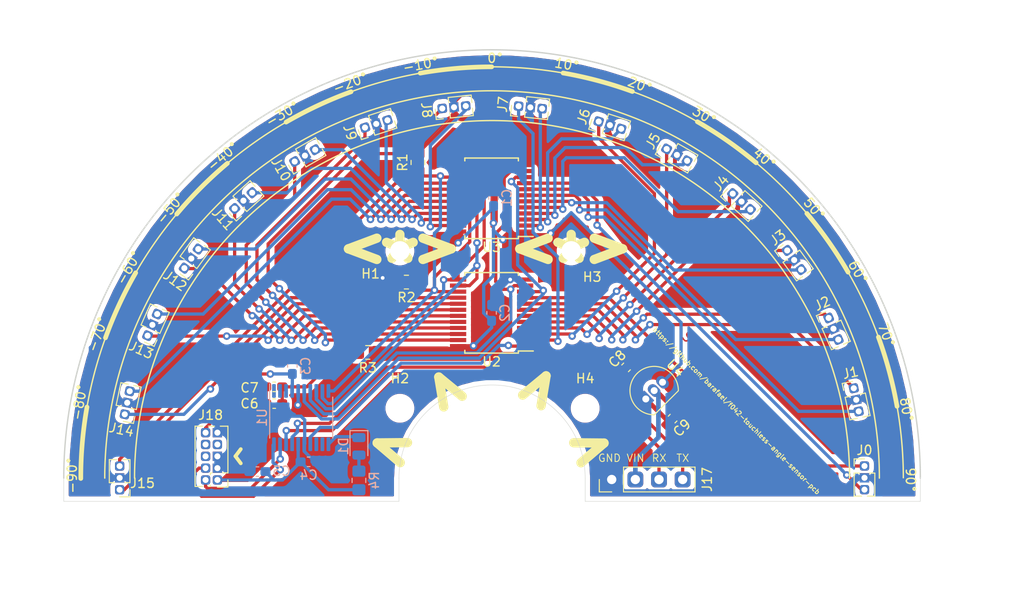
<source format=kicad_pcb>
(kicad_pcb (version 20171130) (host pcbnew 5.1.9)
  (layers (0 F.Cu signal) (31 B.Cu signal) (34 B.Paste user) (35 F.Paste user) (36 B.SilkS user) (37 F.SilkS user) (38 B.Mask user) (39 F.Mask user) (44 Edge.Cuts user))
  (net 0 "")
  (net 1 "Net-(U1-Pad13)")
  (net 2 "Net-(U1-Pad12)")
  (net 3 "Net-(U1-Pad3)")
  (net 4 "Net-(U1-Pad2)")
  (net 5 "Net-(U1-Pad1)")
  (net 6 SENSE)
  (net 7 LED)
  (net 8 EN)
  (net 9 SEL3)
  (net 10 SEL2)
  (net 11 SEL1)
  (net 12 SEL0)
  (net 13 GND)
  (net 14 VDD)
  (net 15 SENSE12)
  (net 16 SENSOR_SUPPLY12)
  (net 17 SENSOR_SUPPLY4)
  (net 18 SENSE4)
  (net 19 SENSOR_SUPPLY8)
  (net 20 SENSE8)
  (net 21 SENSOR_SUPPLY0)
  (net 22 SENSE0)
  (net 23 SENSOR_SUPPLY13)
  (net 24 SENSE13)
  (net 25 SENSOR_SUPPLY5)
  (net 26 SENSE5)
  (net 27 SENSOR_SUPPLY9)
  (net 28 SENSE9)
  (net 29 SENSOR_SUPPLY1)
  (net 30 SENSE1)
  (net 31 SENSOR_SUPPLY14)
  (net 32 SENSE14)
  (net 33 SENSOR_SUPPLY6)
  (net 34 SENSE6)
  (net 35 SENSOR_SUPPLY10)
  (net 36 SENSE10)
  (net 37 SENSOR_SUPPLY2)
  (net 38 SENSE2)
  (net 39 SENSOR_SUPPLY15)
  (net 40 SENSE15)
  (net 41 SENSOR_SUPPLY7)
  (net 42 SENSE7)
  (net 43 SENSOR_SUPPLY11)
  (net 44 SENSE11)
  (net 45 SENSOR_SUPPLY3)
  (net 46 SENSE3)
  (net 47 SERIAL_RX)
  (net 48 SERIAL_TX)
  (net 49 NRST)
  (net 50 VDD_ANALOG)
  (net 51 "Net-(D1-Pad2)")
  (net 52 VIN)
  (net 53 "Net-(J18-Pad8)")
  (net 54 "Net-(J18-Pad7)")
  (net 55 "Net-(J18-Pad6)")
  (net 56 SWCLK)
  (net 57 SWDIO)
  (module Connector_PinHeader_1.27mm:PinHeader_2x05_P1.27mm_Vertical (layer F.Cu) (at 147.5 80.2 180)
    (fp_text reference J18 (at 0.73 6.97) (layer F.SilkS))
    (fp_text value Conn_02x05_Odd_Even)
    (pad 1 thru_hole roundrect (at 0 0 180) (size 1 1) (drill 0.65) (layers *.Cu *.Mask) (net 14 VDD))
    (pad 2 thru_hole roundrect (at 1.27 0 180) (size 1 1) (drill 0.65) (layers *.Cu *.Mask) (net 57 SWDIO))
    (pad 3 thru_hole rect (at 0 1.27 180) (size 1 1) (drill 0.65) (layers *.Cu *.Mask) (net 13 GND))
    (pad 4 thru_hole roundrect (at 1.27 1.27 180) (size 1 1) (drill 0.65) (layers *.Cu *.Mask) (net 56 SWCLK))
    (pad 5 thru_hole rect (at 0 2.54 180) (size 1 1) (drill 0.65) (layers *.Cu *.Mask) (net 13 GND))
    (pad 6 thru_hole roundrect (at 1.27 2.54 180) (size 1 1) (drill 0.65) (layers *.Cu *.Mask) (net 55 "Net-(J18-Pad6)"))
    (pad 7 thru_hole roundrect (at 0 3.81 180) (size 1 1) (drill 0.65) (layers *.Cu *.Mask) (net 54 "Net-(J18-Pad7)"))
    (pad 8 thru_hole roundrect (at 1.27 3.81 180) (size 1 1) (drill 0.65) (layers *.Cu *.Mask) (net 53 "Net-(J18-Pad8)"))
    (pad 9 thru_hole trapezoid (at 0 5.08 180) (size 1 1) (drill 0.65) (layers *.Cu *.Mask) (net 13 GND))
    (pad 10 thru_hole roundrect (at 1.27 5.08 180) (size 1 1) (drill 0.65) (layers *.Cu *.Mask) (net 49 NRST))
  )
  (module Capacitor_SMD:C_0603_1608Metric_Pad1.08x0.95mm_HandSolder (layer F.Cu) (at 196.39012 73.60988 225)
    (fp_text reference C9 (at 0 -1.43 45) (layer F.SilkS))
    (fp_text value 1uF)
    (pad 1 smd roundrect (at -0.8625 0 225) (size 1.075 0.95) (layers F.Cu F.Paste F.Mask) (net 52 VIN))
    (pad 2 smd roundrect (at 0.8625 0 225) (size 1.075 0.95) (layers F.Cu F.Paste F.Mask) (net 13 GND))
  )
  (module Capacitor_SMD:C_0603_1608Metric_Pad1.08x0.95mm_HandSolder (layer F.Cu) (at 191.39012 68.10988 225)
    (fp_text reference C8 (at 0.021383 1.308148 45) (layer F.SilkS))
    (fp_text value 1uF)
    (pad 1 smd roundrect (at -0.8625 0 225) (size 1.075 0.95) (layers F.Cu F.Paste F.Mask) (net 14 VDD))
    (pad 2 smd roundrect (at 0.8625 0 225) (size 1.075 0.95) (layers F.Cu F.Paste F.Mask) (net 13 GND))
  )
  (module Package_TO_SOT_THT:TO-92_Inline (layer F.Cu) (at 193.513118 71.5 45)
    (fp_text reference U4 (at 4.586918 -0.079987 135) (layer F.SilkS))
    (fp_text value MCP1700-3302E_TO92)
    (pad 2 thru_hole oval (at 1.27 0 45) (size 1.05 1.5) (drill 0.75) (layers *.Cu *.Mask) (net 52 VIN))
    (pad 3 thru_hole oval (at 2.54 0 45) (size 1.05 1.5) (drill 0.75) (layers *.Cu *.Mask) (net 14 VDD))
    (pad 1 thru_hole rect (at 0 0 45) (size 1.05 1.5) (drill 0.75) (layers *.Cu *.Mask) (net 13 GND))
  )
  (module MountingHole:MountingHole_2.1mm (layer F.Cu) (at 187 72.5)
    (fp_text reference H4 (at 0 -3.2) (layer F.SilkS))
    (fp_text value MountingHole)
    (pad "" np_thru_hole circle (at 0 0) (size 2.1 2.1) (drill 2.1) (layers *.Cu *.Mask))
  )
  (module MountingHole:MountingHole_2.1mm (layer F.Cu) (at 185.5 55.6)
    (fp_text reference H3 (at 2.25 2.8) (layer F.SilkS))
    (fp_text value MountingHole)
    (pad "" np_thru_hole circle (at 0 0) (size 2.1 2.1) (drill 2.1) (layers *.Cu *.Mask))
  )
  (module MountingHole:MountingHole_2.1mm (layer F.Cu) (at 167.1 72.5)
    (fp_text reference H2 (at 0 -3.2) (layer F.SilkS))
    (fp_text value MountingHole)
    (pad "" np_thru_hole circle (at 0 0) (size 2.1 2.1) (drill 2.1) (layers *.Cu *.Mask))
  )
  (module MountingHole:MountingHole_2.1mm (layer F.Cu) (at 167.1 55.6)
    (fp_text reference H1 (at -3.15 2.45) (layer F.SilkS))
    (fp_text value MountingHole)
    (pad "" np_thru_hole circle (at 0 0) (size 2.1 2.1) (drill 2.1) (layers *.Cu *.Mask))
  )
  (module Resistor_SMD:R_0805_2012Metric_Pad1.20x1.40mm_HandSolder (layer B.Cu) (at 162.7 80.25 90)
    (fp_text reference R4 (at 0 1.65 270) (layer B.SilkS) (effects (justify mirror)))
    (fp_text value R)
    (pad 2 smd roundrect (at 1 0 90) (size 1.2 1.4) (layers B.Cu B.Paste B.Mask) (roundrect_rratio 0.2083325) (net 51 "Net-(D1-Pad2)"))
    (pad 1 smd roundrect (at -1 0 90) (size 1.2 1.4) (layers B.Cu B.Paste B.Mask) (roundrect_rratio 0.2083325) (net 14 VDD))
  )
  (module Resistor_SMD:R_0805_2012Metric_Pad1.20x1.40mm_HandSolder (layer F.Cu) (at 163.65 66.5 180)
    (fp_text reference R3 (at 0 -1.65) (layer F.SilkS))
    (fp_text value 0)
    (pad 1 smd roundrect (at -1 0 180) (size 1.2 1.4) (layers F.Cu F.Paste F.Mask) (roundrect_rratio 0.2083325) (net 14 VDD))
    (pad 2 smd roundrect (at 1 0 180) (size 1.2 1.4) (layers F.Cu F.Paste F.Mask) (roundrect_rratio 0.2083325) (net 50 VDD_ANALOG))
  )
  (module Connector_PinHeader_2.54mm:PinHeader_1x04_P2.54mm_Vertical (layer F.Cu) (at 189.85 80.15 90)
    (fp_text reference J17 (at 0 10.25 90) (layer F.SilkS))
    (fp_text value Conn_01x04)
    (pad 1 thru_hole rect (at 0 0 90) (size 1.7 1.7) (drill 1) (layers *.Cu *.Mask) (net 13 GND))
    (pad 2 thru_hole roundrect (at 0 2.54 90) (size 1.7 1.7) (drill 1) (layers *.Cu *.Mask) (net 52 VIN))
    (pad 3 thru_hole roundrect (at 0 5.08 90) (size 1.7 1.7) (drill 1) (layers *.Cu *.Mask) (net 47 SERIAL_RX))
    (pad 4 thru_hole roundrect (at 0 7.62 90) (size 1.7 1.7) (drill 1) (layers *.Cu *.Mask) (net 48 SERIAL_TX))
  )
  (module LED_SMD:LED_0805_2012Metric (layer B.Cu) (at 162.7 76.5875 270)
    (fp_text reference D1 (at 0 1.65 270) (layer B.SilkS) (effects (justify mirror)))
    (fp_text value LED)
    (pad 1 smd roundrect (at -0.9375 0 270) (size 0.975 1.4) (layers B.Cu B.Paste B.Mask) (net 7 LED))
    (pad 2 smd roundrect (at 0.9375 0 270) (size 0.975 1.4) (layers B.Cu B.Paste B.Mask) (net 51 "Net-(D1-Pad2)"))
  )
  (module Capacitor_SMD:C_0603_1608Metric_Pad1.08x0.95mm_HandSolder (layer F.Cu) (at 153.6 70.2 180)
    (fp_text reference C7 (at 2.65 -0.1) (layer F.SilkS))
    (fp_text value 1uF)
    (pad 2 smd roundrect (at 0.8625 0 180) (size 1.075 0.95) (layers F.Cu F.Paste F.Mask) (net 13 GND))
    (pad 1 smd roundrect (at -0.8625 0 180) (size 1.075 0.95) (layers F.Cu F.Paste F.Mask) (net 50 VDD_ANALOG))
  )
  (module Capacitor_SMD:C_0603_1608Metric_Pad1.08x0.95mm_HandSolder (layer F.Cu) (at 153.6 72 180)
    (fp_text reference C6 (at 2.65 0) (layer F.SilkS))
    (fp_text value 10nF)
    (pad 2 smd roundrect (at 0.8625 0 180) (size 1.075 0.95) (layers F.Cu F.Paste F.Mask) (net 13 GND))
    (pad 1 smd roundrect (at -0.8625 0 180) (size 1.075 0.95) (layers F.Cu F.Paste F.Mask) (net 50 VDD_ANALOG))
  )
  (module Capacitor_SMD:C_0603_1608Metric_Pad1.08x0.95mm_HandSolder (layer B.Cu) (at 151.8 79.3 180)
    (fp_text reference C5 (at -2.6 0.05) (layer B.SilkS) (effects (justify mirror)))
    (fp_text value 4.7uF)
    (pad 1 smd roundrect (at -0.8625 0 180) (size 1.075 0.95) (layers B.Cu B.Paste B.Mask) (net 14 VDD))
    (pad 2 smd roundrect (at 0.8625 0 180) (size 1.075 0.95) (layers B.Cu B.Paste B.Mask) (net 13 GND))
  )
  (module Capacitor_SMD:C_0603_1608Metric_Pad1.08x0.95mm_HandSolder (layer B.Cu) (at 157.3 78.25)
    (fp_text reference C4 (at 0 1.43) (layer B.SilkS) (effects (justify mirror)))
    (fp_text value 100nF)
    (pad 1 smd roundrect (at -0.8625 0) (size 1.075 0.95) (layers B.Cu B.Paste B.Mask) (net 14 VDD))
    (pad 2 smd roundrect (at 0.8625 0) (size 1.075 0.95) (layers B.Cu B.Paste B.Mask) (net 13 GND))
  )
  (module Capacitor_SMD:C_0603_1608Metric_Pad1.08x0.95mm_HandSolder (layer B.Cu) (at 155.55 67.95 90)
    (fp_text reference C3 (at 0 1.43 270) (layer B.SilkS) (effects (justify mirror)))
    (fp_text value 100nF)
    (pad 2 smd roundrect (at 0.8625 0 90) (size 1.075 0.95) (layers B.Cu B.Paste B.Mask) (net 13 GND))
    (pad 1 smd roundrect (at -0.8625 0 90) (size 1.075 0.95) (layers B.Cu B.Paste B.Mask) (net 49 NRST))
  )
  (module Connector_PinHeader_1.27mm:PinHeader_1x03_P1.27mm_Vertical (layer F.Cu) (at 149.35 51.05 132)
    (fp_text reference J11 (at 0 -1.695 132) (layer F.SilkS))
    (fp_text value Conn_01x03)
    (pad 3 thru_hole roundrect (at 0 2.54 132) (size 1 1) (drill 0.65) (layers *.Cu *.Mask) (net 43 SENSOR_SUPPLY11))
    (pad 2 thru_hole trapezoid (at 0 1.27 132) (size 1 1) (drill 0.65) (layers *.Cu *.Mask) (net 13 GND))
    (pad 1 thru_hole roundrect (at 0 0 132) (size 1 1) (drill 0.65) (layers *.Cu *.Mask) (net 44 SENSE11))
  )
  (module Capacitor_SMD:C_0603_1608Metric_Pad1.08x0.95mm_HandSolder (layer B.Cu) (at 177.165 49.911 90)
    (fp_text reference C1 (at 0 1.43 270) (layer B.SilkS) (effects (justify mirror)))
    (fp_text value 0.1uF)
    (pad 1 smd roundrect (at -0.8625 0 90) (size 1.075 0.95) (layers B.Cu B.Paste B.Mask) (net 14 VDD))
    (pad 2 smd roundrect (at 0.8625 0 90) (size 1.075 0.95) (layers B.Cu B.Paste B.Mask) (net 13 GND))
  )
  (module Connector_PinHeader_1.27mm:PinHeader_1x03_P1.27mm_Vertical (layer F.Cu) (at 215.85 70.35 12)
    (fp_text reference J1 (at 0 -1.695 12) (layer F.SilkS))
    (fp_text value Conn_01x03)
    (pad 1 thru_hole roundrect (at 0 0 12) (size 1 1) (drill 0.65) (layers *.Cu *.Mask) (net 30 SENSE1))
    (pad 2 thru_hole trapezoid (at 0 1.27 12) (size 1 1) (drill 0.65) (layers *.Cu *.Mask) (net 13 GND))
    (pad 3 thru_hole roundrect (at 0 2.54 12) (size 1 1) (drill 0.65) (layers *.Cu *.Mask) (net 29 SENSOR_SUPPLY1))
  )
  (module Resistor_SMD:R_0805_2012Metric_Pad1.20x1.40mm_HandSolder (layer F.Cu) (at 167.8 58.95 180)
    (fp_text reference R2 (at 0 -1.65) (layer F.SilkS))
    (fp_text value 10K)
    (pad 2 smd roundrect (at 1 0 180) (size 1.2 1.4) (layers F.Cu F.Paste F.Mask) (roundrect_rratio 0.2083325) (net 13 GND))
    (pad 1 smd roundrect (at -1 0 180) (size 1.2 1.4) (layers F.Cu F.Paste F.Mask) (roundrect_rratio 0.2083325) (net 8 EN))
  )
  (module Connector_PinHeader_1.27mm:PinHeader_1x03_P1.27mm_Vertical (layer F.Cu) (at 163.35 42.35 108)
    (fp_text reference J9 (at 0 -1.695 108) (layer F.SilkS))
    (fp_text value Conn_01x03)
    (pad 3 thru_hole roundrect (at 0 2.54 108) (size 1 1) (drill 0.65) (layers *.Cu *.Mask) (net 27 SENSOR_SUPPLY9))
    (pad 2 thru_hole trapezoid (at 0 1.27 108) (size 1 1) (drill 0.65) (layers *.Cu *.Mask) (net 13 GND))
    (pad 1 thru_hole roundrect (at 0 0 108) (size 1 1) (drill 0.65) (layers *.Cu *.Mask) (net 28 SENSE9))
  )
  (module Package_SO:SSOP-24_5.3x8.2mm_P0.65mm (layer F.Cu) (at 176.95 49.95 180)
    (fp_text reference U3 (at 0 -5.25) (layer F.SilkS))
    (fp_text value CD74HC4067SM)
    (pad 24 smd rect (at 3.6 -3.575 180) (size 1.75 0.45) (layers F.Cu F.Paste F.Mask) (net 14 VDD))
    (pad 23 smd rect (at 3.6 -2.925 180) (size 1.75 0.45) (layers F.Cu F.Paste F.Mask) (net 19 SENSOR_SUPPLY8))
    (pad 22 smd rect (at 3.6 -2.275 180) (size 1.75 0.45) (layers F.Cu F.Paste F.Mask) (net 27 SENSOR_SUPPLY9))
    (pad 21 smd rect (at 3.6 -1.625 180) (size 1.75 0.45) (layers F.Cu F.Paste F.Mask) (net 35 SENSOR_SUPPLY10))
    (pad 20 smd rect (at 3.6 -0.975 180) (size 1.75 0.45) (layers F.Cu F.Paste F.Mask) (net 43 SENSOR_SUPPLY11))
    (pad 19 smd rect (at 3.6 -0.325 180) (size 1.75 0.45) (layers F.Cu F.Paste F.Mask) (net 16 SENSOR_SUPPLY12))
    (pad 18 smd rect (at 3.6 0.325 180) (size 1.75 0.45) (layers F.Cu F.Paste F.Mask) (net 23 SENSOR_SUPPLY13))
    (pad 17 smd rect (at 3.6 0.975 180) (size 1.75 0.45) (layers F.Cu F.Paste F.Mask) (net 31 SENSOR_SUPPLY14))
    (pad 16 smd rect (at 3.6 1.625 180) (size 1.75 0.45) (layers F.Cu F.Paste F.Mask) (net 39 SENSOR_SUPPLY15))
    (pad 15 smd rect (at 3.6 2.275 180) (size 1.75 0.45) (layers F.Cu F.Paste F.Mask) (net 8 EN))
    (pad 14 smd rect (at 3.6 2.925 180) (size 1.75 0.45) (layers F.Cu F.Paste F.Mask) (net 10 SEL2))
    (pad 13 smd rect (at 3.6 3.575 180) (size 1.75 0.45) (layers F.Cu F.Paste F.Mask) (net 9 SEL3))
    (pad 12 smd rect (at -3.6 3.575 180) (size 1.75 0.45) (layers F.Cu F.Paste F.Mask) (net 13 GND))
    (pad 11 smd rect (at -3.6 2.925 180) (size 1.75 0.45) (layers F.Cu F.Paste F.Mask) (net 11 SEL1))
    (pad 10 smd rect (at -3.6 2.275 180) (size 1.75 0.45) (layers F.Cu F.Paste F.Mask) (net 12 SEL0))
    (pad 9 smd rect (at -3.6 1.625 180) (size 1.75 0.45) (layers F.Cu F.Paste F.Mask) (net 21 SENSOR_SUPPLY0))
    (pad 8 smd rect (at -3.6 0.975 180) (size 1.75 0.45) (layers F.Cu F.Paste F.Mask) (net 29 SENSOR_SUPPLY1))
    (pad 7 smd rect (at -3.6 0.325 180) (size 1.75 0.45) (layers F.Cu F.Paste F.Mask) (net 37 SENSOR_SUPPLY2))
    (pad 6 smd rect (at -3.6 -0.325 180) (size 1.75 0.45) (layers F.Cu F.Paste F.Mask) (net 45 SENSOR_SUPPLY3))
    (pad 5 smd rect (at -3.6 -0.975 180) (size 1.75 0.45) (layers F.Cu F.Paste F.Mask) (net 17 SENSOR_SUPPLY4))
    (pad 4 smd rect (at -3.6 -1.625 180) (size 1.75 0.45) (layers F.Cu F.Paste F.Mask) (net 25 SENSOR_SUPPLY5))
    (pad 3 smd rect (at -3.6 -2.275 180) (size 1.75 0.45) (layers F.Cu F.Paste F.Mask) (net 33 SENSOR_SUPPLY6))
    (pad 2 smd rect (at -3.6 -2.925 180) (size 1.75 0.45) (layers F.Cu F.Paste F.Mask) (net 41 SENSOR_SUPPLY7))
    (pad 1 smd rect (at -3.6 -3.575 180) (size 1.75 0.45) (layers F.Cu F.Paste F.Mask) (net 14 VDD))
  )
  (module Connector_PinHeader_1.27mm:PinHeader_1x03_P1.27mm_Vertical (layer F.Cu) (at 137 81.25 180)
    (fp_text reference J15 (at -2.45 0.7) (layer F.SilkS))
    (fp_text value Conn_01x03)
    (pad 3 thru_hole roundrect (at 0 2.54 180) (size 1 1) (drill 0.65) (layers *.Cu *.Mask) (net 39 SENSOR_SUPPLY15))
    (pad 2 thru_hole rect (at 0 1.27 180) (size 1 1) (drill 0.65) (layers *.Cu *.Mask) (net 13 GND))
    (pad 1 thru_hole roundrect (at 0 0 180) (size 1 1) (drill 0.65) (layers *.Cu *.Mask) (net 40 SENSE15))
  )
  (module Capacitor_SMD:C_0603_1608Metric_Pad1.08x0.95mm_HandSolder (layer B.Cu) (at 176.95 62.25 90)
    (fp_text reference C2 (at 0 1.43 -90) (layer B.SilkS) (effects (justify mirror)))
    (fp_text value 0.1uF)
    (pad 1 smd roundrect (at -0.8625 0 90) (size 1.075 0.95) (layers B.Cu B.Paste B.Mask) (net 14 VDD))
    (pad 2 smd roundrect (at 0.8625 0 90) (size 1.075 0.95) (layers B.Cu B.Paste B.Mask) (net 13 GND))
  )
  (module Package_SO:SSOP-24_5.3x8.2mm_P0.65mm (layer F.Cu) (at 176.95 62.25 180)
    (fp_text reference U2 (at 0 -5.25) (layer F.SilkS))
    (fp_text value CD74HC4067SM)
    (pad 1 smd rect (at -3.6 -3.575 180) (size 1.75 0.45) (layers F.Cu F.Paste F.Mask) (net 6 SENSE))
    (pad 2 smd rect (at -3.6 -2.925 180) (size 1.75 0.45) (layers F.Cu F.Paste F.Mask) (net 42 SENSE7))
    (pad 3 smd rect (at -3.6 -2.275 180) (size 1.75 0.45) (layers F.Cu F.Paste F.Mask) (net 34 SENSE6))
    (pad 4 smd rect (at -3.6 -1.625 180) (size 1.75 0.45) (layers F.Cu F.Paste F.Mask) (net 26 SENSE5))
    (pad 5 smd rect (at -3.6 -0.975 180) (size 1.75 0.45) (layers F.Cu F.Paste F.Mask) (net 18 SENSE4))
    (pad 6 smd rect (at -3.6 -0.325 180) (size 1.75 0.45) (layers F.Cu F.Paste F.Mask) (net 46 SENSE3))
    (pad 7 smd rect (at -3.6 0.325 180) (size 1.75 0.45) (layers F.Cu F.Paste F.Mask) (net 38 SENSE2))
    (pad 8 smd rect (at -3.6 0.975 180) (size 1.75 0.45) (layers F.Cu F.Paste F.Mask) (net 30 SENSE1))
    (pad 9 smd rect (at -3.6 1.625 180) (size 1.75 0.45) (layers F.Cu F.Paste F.Mask) (net 22 SENSE0))
    (pad 10 smd rect (at -3.6 2.275 180) (size 1.75 0.45) (layers F.Cu F.Paste F.Mask) (net 12 SEL0))
    (pad 11 smd rect (at -3.6 2.925 180) (size 1.75 0.45) (layers F.Cu F.Paste F.Mask) (net 11 SEL1))
    (pad 12 smd rect (at -3.6 3.575 180) (size 1.75 0.45) (layers F.Cu F.Paste F.Mask) (net 13 GND))
    (pad 13 smd rect (at 3.6 3.575 180) (size 1.75 0.45) (layers F.Cu F.Paste F.Mask) (net 9 SEL3))
    (pad 14 smd rect (at 3.6 2.925 180) (size 1.75 0.45) (layers F.Cu F.Paste F.Mask) (net 10 SEL2))
    (pad 15 smd rect (at 3.6 2.275 180) (size 1.75 0.45) (layers F.Cu F.Paste F.Mask) (net 8 EN))
    (pad 16 smd rect (at 3.6 1.625 180) (size 1.75 0.45) (layers F.Cu F.Paste F.Mask) (net 40 SENSE15))
    (pad 17 smd rect (at 3.6 0.975 180) (size 1.75 0.45) (layers F.Cu F.Paste F.Mask) (net 32 SENSE14))
    (pad 18 smd rect (at 3.6 0.325 180) (size 1.75 0.45) (layers F.Cu F.Paste F.Mask) (net 24 SENSE13))
    (pad 19 smd rect (at 3.6 -0.325 180) (size 1.75 0.45) (layers F.Cu F.Paste F.Mask) (net 15 SENSE12))
    (pad 20 smd rect (at 3.6 -0.975 180) (size 1.75 0.45) (layers F.Cu F.Paste F.Mask) (net 44 SENSE11))
    (pad 21 smd rect (at 3.6 -1.625 180) (size 1.75 0.45) (layers F.Cu F.Paste F.Mask) (net 36 SENSE10))
    (pad 22 smd rect (at 3.6 -2.275 180) (size 1.75 0.45) (layers F.Cu F.Paste F.Mask) (net 28 SENSE9))
    (pad 23 smd rect (at 3.6 -2.925 180) (size 1.75 0.45) (layers F.Cu F.Paste F.Mask) (net 20 SENSE8))
    (pad 24 smd rect (at 3.6 -3.575 180) (size 1.75 0.45) (layers F.Cu F.Paste F.Mask) (net 14 VDD))
  )
  (module Connector_PinHeader_1.27mm:PinHeader_1x03_P1.27mm_Vertical (layer F.Cu) (at 155.8 46 120)
    (fp_text reference J10 (at 0 -1.695 120) (layer F.SilkS))
    (fp_text value Conn_01x03)
    (pad 3 thru_hole roundrect (at 0 2.54 120) (size 1 1) (drill 0.65) (layers *.Cu *.Mask) (net 35 SENSOR_SUPPLY10))
    (pad 2 thru_hole trapezoid (at 0 1.27 120) (size 1 1) (drill 0.65) (layers *.Cu *.Mask) (net 13 GND))
    (pad 1 thru_hole roundrect (at 0 0 120) (size 1 1) (drill 0.65) (layers *.Cu *.Mask) (net 36 SENSE10))
  )
  (module Connector_PinHeader_1.27mm:PinHeader_1x03_P1.27mm_Vertical (layer F.Cu) (at 217 78.7)
    (fp_text reference J0 (at 0 -1.695) (layer F.SilkS))
    (fp_text value Conn_01x03)
    (pad 3 thru_hole roundrect (at 0 2.54) (size 1 1) (drill 0.65) (layers *.Cu *.Mask) (net 21 SENSOR_SUPPLY0))
    (pad 2 thru_hole rect (at 0 1.27) (size 1 1) (drill 0.65) (layers *.Cu *.Mask) (net 13 GND))
    (pad 1 thru_hole roundrect (at 0 0) (size 1 1) (drill 0.65) (layers *.Cu *.Mask) (net 22 SENSE0))
  )
  (module Connector_PinHeader_1.27mm:PinHeader_1x03_P1.27mm_Vertical (layer F.Cu) (at 140 64.7 156)
    (fp_text reference J13 (at 0 -1.695 156) (layer F.SilkS))
    (fp_text value Conn_01x03)
    (pad 3 thru_hole roundrect (at 0 2.54 156) (size 1 1) (drill 0.65) (layers *.Cu *.Mask) (net 23 SENSOR_SUPPLY13))
    (pad 2 thru_hole rect (at 0 1.27 156) (size 1 1) (drill 0.65) (layers *.Cu *.Mask) (net 13 GND))
    (pad 1 thru_hole roundrect (at 0 0 156) (size 1 1) (drill 0.65) (layers *.Cu *.Mask) (net 24 SENSE13))
  )
  (module Connector_PinHeader_1.27mm:PinHeader_1x03_P1.27mm_Vertical (layer F.Cu) (at 179.85 40.05 84)
    (fp_text reference J7 (at 0 -1.695 84) (layer F.SilkS))
    (fp_text value Conn_01x03)
    (pad 3 thru_hole roundrect (at 0 2.54 84) (size 1 1) (drill 0.65) (layers *.Cu *.Mask) (net 41 SENSOR_SUPPLY7))
    (pad 2 thru_hole trapezoid (at 0 1.27 84) (size 1 1) (drill 0.65) (layers *.Cu *.Mask) (net 13 GND))
    (pad 1 thru_hole roundrect (at 0 0 84) (size 1 1) (drill 0.65) (layers *.Cu *.Mask) (net 42 SENSE7))
  )
  (module Connector_PinHeader_1.27mm:PinHeader_1x03_P1.27mm_Vertical (layer F.Cu) (at 143.95 57.45 144)
    (fp_text reference J12 (at 0 -1.695 144) (layer F.SilkS))
    (fp_text value Conn_01x03)
    (pad 3 thru_hole roundrect (at 0 2.54 144) (size 1 1) (drill 0.65) (layers *.Cu *.Mask) (net 16 SENSOR_SUPPLY12))
    (pad 2 thru_hole trapezoid (at 0 1.27 144) (size 1 1) (drill 0.65) (layers *.Cu *.Mask) (net 13 GND))
    (pad 1 thru_hole roundrect (at 0 0 144) (size 1 1) (drill 0.65) (layers *.Cu *.Mask) (net 15 SENSE12))
  )
  (module Connector_PinHeader_1.27mm:PinHeader_1x03_P1.27mm_Vertical (layer F.Cu) (at 195.75 44.65 60)
    (fp_text reference J5 (at 0 -1.695 60) (layer F.SilkS))
    (fp_text value Conn_01x03)
    (pad 3 thru_hole roundrect (at 0 2.54 60) (size 1 1) (drill 0.65) (layers *.Cu *.Mask) (net 25 SENSOR_SUPPLY5))
    (pad 2 thru_hole rect (at 0 1.27 60) (size 1 1) (drill 0.65) (layers *.Cu *.Mask) (net 13 GND))
    (pad 1 thru_hole roundrect (at 0 0 60) (size 1 1) (drill 0.65) (layers *.Cu *.Mask) (net 26 SENSE5))
  )
  (module Connector_PinHeader_1.27mm:PinHeader_1x03_P1.27mm_Vertical (layer F.Cu) (at 213.15 62.8 24)
    (fp_text reference J2 (at 0 -1.695 24) (layer F.SilkS))
    (fp_text value Conn_01x03)
    (pad 3 thru_hole roundrect (at 0 2.54 24) (size 1 1) (drill 0.65) (layers *.Cu *.Mask) (net 37 SENSOR_SUPPLY2))
    (pad 2 thru_hole trapezoid (at 0 1.27 24) (size 1 1) (drill 0.65) (layers *.Cu *.Mask) (net 13 GND))
    (pad 1 thru_hole roundrect (at 0 0 24) (size 1 1) (drill 0.65) (layers *.Cu *.Mask) (net 38 SENSE2))
  )
  (module Resistor_SMD:R_0805_2012Metric_Pad1.20x1.40mm_HandSolder (layer F.Cu) (at 169.037 46.101 90)
    (fp_text reference R1 (at 0 -1.65 90) (layer F.SilkS))
    (fp_text value 10K)
    (pad 1 smd roundrect (at -1 0 90) (size 1.2 1.4) (layers F.Cu F.Paste F.Mask) (roundrect_rratio 0.2083325) (net 8 EN))
    (pad 2 smd roundrect (at 1 0 90) (size 1.2 1.4) (layers F.Cu F.Paste F.Mask) (roundrect_rratio 0.2083325) (net 13 GND))
  )
  (module Package_SO:TSSOP-20_4.4x6.5mm_P0.65mm (layer B.Cu) (at 156.5 73.5 270)
    (fp_text reference U1 (at 0 4.2 90) (layer B.SilkS) (effects (justify mirror)))
    (fp_text value STM32F042F6Px)
    (pad 20 smd roundrect (at 2.8625 2.925 270) (size 1.475 0.4) (layers B.Cu B.Paste B.Mask) (net 56 SWCLK))
    (pad 19 smd roundrect (at 2.8625 2.275 270) (size 1.475 0.4) (layers B.Cu B.Paste B.Mask) (net 57 SWDIO))
    (pad 18 smd roundrect (at 2.8625 1.625 270) (size 1.475 0.4) (layers B.Cu B.Paste B.Mask) (net 47 SERIAL_RX))
    (pad 17 smd roundrect (at 2.8625 0.975 270) (size 1.475 0.4) (layers B.Cu B.Paste B.Mask) (net 48 SERIAL_TX))
    (pad 16 smd roundrect (at 2.8625 0.325 270) (size 1.475 0.4) (layers B.Cu B.Paste B.Mask) (net 14 VDD))
    (pad 15 smd roundrect (at 2.8625 -0.325 270) (size 1.475 0.4) (layers B.Cu B.Paste B.Mask) (net 13 GND))
    (pad 14 smd roundrect (at 2.8625 -0.975 270) (size 1.475 0.4) (layers B.Cu B.Paste B.Mask) (net 6 SENSE))
    (pad 13 smd roundrect (at 2.8625 -1.625 270) (size 1.475 0.4) (layers B.Cu B.Paste B.Mask) (net 1 "Net-(U1-Pad13)"))
    (pad 12 smd roundrect (at 2.8625 -2.275 270) (size 1.475 0.4) (layers B.Cu B.Paste B.Mask) (net 2 "Net-(U1-Pad12)"))
    (pad 11 smd roundrect (at 2.8625 -2.925 270) (size 1.475 0.4) (layers B.Cu B.Paste B.Mask) (net 7 LED))
    (pad 10 smd roundrect (at -2.8625 -2.925 270) (size 1.475 0.4) (layers B.Cu B.Paste B.Mask) (net 8 EN))
    (pad 9 smd roundrect (at -2.8625 -2.275 270) (size 1.475 0.4) (layers B.Cu B.Paste B.Mask) (net 9 SEL3))
    (pad 8 smd roundrect (at -2.8625 -1.625 270) (size 1.475 0.4) (layers B.Cu B.Paste B.Mask) (net 10 SEL2))
    (pad 7 smd roundrect (at -2.8625 -0.975 270) (size 1.475 0.4) (layers B.Cu B.Paste B.Mask) (net 11 SEL1))
    (pad 6 smd roundrect (at -2.8625 -0.325 270) (size 1.475 0.4) (layers B.Cu B.Paste B.Mask) (net 12 SEL0))
    (pad 5 smd roundrect (at -2.8625 0.325 270) (size 1.475 0.4) (layers B.Cu B.Paste B.Mask) (net 14 VDD))
    (pad 4 smd roundrect (at -2.8625 0.975 270) (size 1.475 0.4) (layers B.Cu B.Paste B.Mask) (net 49 NRST))
    (pad 3 smd roundrect (at -2.8625 1.625 270) (size 1.475 0.4) (layers B.Cu B.Paste B.Mask) (net 3 "Net-(U1-Pad3)"))
    (pad 2 smd roundrect (at -2.8625 2.275 270) (size 1.475 0.4) (layers B.Cu B.Paste B.Mask) (net 4 "Net-(U1-Pad2)"))
    (pad 1 smd roundrect (at -2.8625 2.925 270) (size 1.475 0.4) (layers B.Cu B.Paste B.Mask) (net 5 "Net-(U1-Pad1)"))
  )
  (module Connector_PinHeader_1.27mm:PinHeader_1x03_P1.27mm_Vertical (layer F.Cu) (at 188.45 41.7 72)
    (fp_text reference J6 (at 0 -1.695 72) (layer F.SilkS))
    (fp_text value Conn_01x03)
    (pad 3 thru_hole roundrect (at 0 2.54 72) (size 1 1) (drill 0.65) (layers *.Cu *.Mask) (net 33 SENSOR_SUPPLY6))
    (pad 2 thru_hole rect (at 0 1.27 72) (size 1 1) (drill 0.65) (layers *.Cu *.Mask) (net 13 GND))
    (pad 1 thru_hole roundrect (at 0 0 72) (size 1 1) (drill 0.65) (layers *.Cu *.Mask) (net 34 SENSE6))
  )
  (module Connector_PinHeader_1.27mm:PinHeader_1x03_P1.27mm_Vertical (layer F.Cu) (at 171.65 40.3 96)
    (fp_text reference J8 (at 0 -1.695 96) (layer F.SilkS))
    (fp_text value Conn_01x03)
    (pad 3 thru_hole roundrect (at 0 2.54 96) (size 1 1) (drill 0.65) (layers *.Cu *.Mask) (net 19 SENSOR_SUPPLY8))
    (pad 2 thru_hole trapezoid (at 0 1.27 96) (size 1 1) (drill 0.65) (layers *.Cu *.Mask) (net 13 GND))
    (pad 1 thru_hole roundrect (at 0 0 96) (size 1 1) (drill 0.65) (layers *.Cu *.Mask) (net 20 SENSE8))
  )
  (module Connector_PinHeader_1.27mm:PinHeader_1x03_P1.27mm_Vertical (layer F.Cu) (at 137.55 73.15 168)
    (fp_text reference J14 (at 0 -1.695 168) (layer F.SilkS))
    (fp_text value Conn_01x03)
    (pad 3 thru_hole roundrect (at 0 2.54 168) (size 1 1) (drill 0.65) (layers *.Cu *.Mask) (net 31 SENSOR_SUPPLY14))
    (pad 2 thru_hole rect (at 0 1.27 168) (size 1 1) (drill 0.65) (layers *.Cu *.Mask) (net 13 GND))
    (pad 1 thru_hole roundrect (at 0 0 168) (size 1 1) (drill 0.65) (layers *.Cu *.Mask) (net 32 SENSE14))
  )
  (module Connector_PinHeader_1.27mm:PinHeader_1x03_P1.27mm_Vertical (layer F.Cu) (at 202.85 49.45 48)
    (fp_text reference J4 (at 0 -1.695 48) (layer F.SilkS))
    (fp_text value Conn_01x03)
    (pad 3 thru_hole roundrect (at 0 2.54 48) (size 1 1) (drill 0.65) (layers *.Cu *.Mask) (net 17 SENSOR_SUPPLY4))
    (pad 2 thru_hole trapezoid (at 0 1.27 48) (size 1 1) (drill 0.65) (layers *.Cu *.Mask) (net 13 GND))
    (pad 1 thru_hole roundrect (at 0 0 48) (size 1 1) (drill 0.65) (layers *.Cu *.Mask) (net 18 SENSE4))
  )
  (module Connector_PinHeader_1.27mm:PinHeader_1x03_P1.27mm_Vertical (layer F.Cu) (at 208.7 55.55 36)
    (fp_text reference J3 (at 0 -1.695 36) (layer F.SilkS))
    (fp_text value Conn_01x03)
    (pad 3 thru_hole roundrect (at 0 2.54 36) (size 1 1) (drill 0.65) (layers *.Cu *.Mask) (net 45 SENSOR_SUPPLY3))
    (pad 2 thru_hole trapezoid (at 0 1.27 36) (size 1 1) (drill 0.65) (layers *.Cu *.Mask) (net 13 GND))
    (pad 1 thru_hole roundrect (at 0 0 36) (size 1 1) (drill 0.65) (layers *.Cu *.Mask) (net 46 SENSE3))
  )
  (gr_text TX (at 197.485 77.851) (layer F.SilkS) (effects (font (size 0.8 0.8) (thickness 0.1))))
  (gr_text RX (at 194.945 77.851) (layer F.SilkS) (effects (font (size 0.8 0.8) (thickness 0.1))))
  (gr_text VIN (at 192.405 77.851) (layer F.SilkS) (effects (font (size 0.8 0.8) (thickness 0.1))))
  (gr_text GND (at 189.611 77.851) (layer F.SilkS) (effects (font (size 0.8 0.8) (thickness 0.1))))
  (gr_text "Sail Angle Sensor rev. 1" (at 204.23 71.11 -45) (layer F.Cu) (effects (font (size 1 1))))
  (gr_text https://github.com/barafael/f042-touchless-angle-sensor-pcb (at 203.24 72.78 -45) (layer F.SilkS) (effects (font (size 0.5 0.5) (thickness 0.1))))
  (gr_text -90° (at 131.9 79.7 90) (layer F.SilkS) (effects (font (size 1 1))))
  (gr_text -80° (at 132.7 71.85 80) (layer F.SilkS) (effects (font (size 1 1))))
  (gr_text -70° (at 134.65 64.55 70) (layer F.SilkS) (effects (font (size 1 1))))
  (gr_text -60° (at 138 57.4 60) (layer F.SilkS) (effects (font (size 1 1))))
  (gr_text -50° (at 142.5 51 50) (layer F.SilkS) (effects (font (size 1 1))))
  (gr_text -40° (at 148.1 45.45 40) (layer F.SilkS) (effects (font (size 1 1))))
  (gr_text -30° (at 154.5 40.9 30) (layer F.SilkS) (effects (font (size 1 1))))
  (gr_text -20° (at 161.8 37.55 20) (layer F.SilkS) (effects (font (size 1 1))))
  (gr_text -10° (at 169.35 35.6 10) (layer F.SilkS) (effects (font (size 1 1))))
  (gr_text 90° (at 221.95 80.2 -90) (layer F.SilkS) (effects (font (size 1 1))))
  (gr_text 80° (at 221.5 72.65 -80) (layer F.SilkS) (effects (font (size 1 1))))
  (gr_text 70° (at 219.35 64.65 -70) (layer F.SilkS) (effects (font (size 1 1))))
  (gr_text 60° (at 216.3 57.9 -60) (layer F.SilkS) (effects (font (size 1 1))))
  (gr_text 50° (at 211.6 51.1 -50) (layer F.SilkS) (effects (font (size 1 1))))
  (gr_text 40° (at 206.25 45.7 -40) (layer F.SilkS) (effects (font (size 1 1))))
  (gr_text 30° (at 199.8 41.1 -30) (layer F.SilkS) (effects (font (size 1 1))))
  (gr_text 20° (at 192.9 37.8 -20) (layer F.SilkS) (effects (font (size 1 1))))
  (gr_text 10° (at 185.05 35.6 -10) (layer F.SilkS) (effects (font (size 1 1))))
  (gr_text 0° (at 177.35 34.9) (layer F.SilkS) (effects (font (size 1 1))))
  (gr_arc (start 177 79.999999) (end 132.827346 80.04082) (angle 10) (layer F.SilkS) (width 0.5))
  (gr_arc (start 176.999999 80) (end 133.491338 72.369698) (angle 10) (layer F.SilkS) (width 0.15))
  (gr_arc (start 177 79.999999) (end 135.477321 64.93042) (angle 10) (layer F.SilkS) (width 0.5))
  (gr_arc (start 176.999999 80) (end 138.724949 57.949023) (angle 10) (layer F.SilkS) (width 0.15))
  (gr_arc (start 177 79.999999) (end 143.135545 51.637635) (angle 10) (layer F.SilkS) (width 0.5))
  (gr_arc (start 176.999999 80) (end 148.575095 46.188022) (angle 10) (layer F.SilkS) (width 0.15))
  (gr_arc (start 177 79.999999) (end 154.878322 41.765769) (angle 10) (layer F.SilkS) (width 0.5))
  (gr_arc (start 176.999999 80) (end 161.853704 38.505244) (angle 10) (layer F.SilkS) (width 0.15))
  (gr_arc (start 177 80) (end 169.289299 36.505516) (angle 10) (layer F.SilkS) (width 0.5))
  (gr_arc (start 176.999999 80) (end 176.95918 35.827346) (angle 10) (layer F.SilkS) (width 0.15))
  (gr_arc (start 177 80) (end 184.630301 36.49134) (angle 10) (layer F.SilkS) (width 0.5))
  (gr_arc (start 177 79.999999) (end 192.06958 38.477321) (angle 10) (layer F.SilkS) (width 0.15))
  (gr_arc (start 177 80) (end 199.050976 41.72495) (angle 10.00000035) (layer F.SilkS) (width 0.5))
  (gr_arc (start 177 80) (end 205.362365 46.135546) (angle 10) (layer F.SilkS) (width 0.15))
  (gr_arc (start 177 80) (end 210.811977 51.575096) (angle 10) (layer F.SilkS) (width 0.5))
  (gr_arc (start 177 80) (end 220.494484 72.2893) (angle 10) (layer F.SilkS) (width 0.15))
  (gr_arc (start 177 80) (end 218.494755 64.853705) (angle 10) (layer F.SilkS) (width 0.5))
  (gr_arc (start 177 80) (end 215.23423 57.878323) (angle 10) (layer F.SilkS) (width 0.15))
  (gr_text ^ (at 151.8 77.65 90) (layer F.SilkS) (effects (font (size 4 4) (thickness 0.4))))
  (gr_text < (at 187.5 76.5 20) (layer F.SilkS) (effects (font (size 4 4) (thickness 1)) (justify mirror)))
  (gr_text < (at 166 77 160) (layer F.SilkS) (effects (font (size 4 4) (thickness 1)) (justify mirror)))
  (gr_text < (at 171.8 70.6 120) (layer F.SilkS) (effects (font (size 4 4) (thickness 1)) (justify mirror)))
  (gr_text < (at 181.8 70.2 60) (layer F.SilkS) (effects (font (size 4 4) (thickness 1)) (justify mirror)))
  (gr_text * (at 185.5 57.1) (layer F.SilkS) (effects (font (size 6 6) (thickness 1)) (justify mirror)))
  (gr_text * (at 167.1 57.1) (layer F.SilkS) (effects (font (size 6 6) (thickness 1)) (justify mirror)))
  (gr_text "< >" (at 185.5 55.1) (layer F.SilkS) (effects (font (size 4 4) (thickness 1)) (justify mirror)))
  (gr_text "< >" (at 167.1 55.1) (layer F.SilkS) (effects (font (size 4 4) (thickness 1)) (justify mirror)))
  (gr_arc (start 177 80) (end 218.6 80) (angle -180) (layer F.SilkS) (width 0.15))
  (gr_line (start 167 80) (end 167 82.5) (layer Edge.Cuts) (width 0.05))
  (gr_line (start 187 80) (end 187 82.5) (layer Edge.Cuts) (width 0.05))
  (gr_arc (start 177 80) (end 223 80) (angle -180) (layer Edge.Cuts) (width 0.15))
  (gr_line (start 223 82.5) (end 223 80) (layer Edge.Cuts) (width 0.05))
  (gr_line (start 131 82.5) (end 167 82.5) (layer Edge.Cuts) (width 0.05))
  (gr_line (start 187 82.5) (end 223 82.5) (layer Edge.Cuts) (width 0.05))
  (gr_line (start 131 80) (end 131 82.5) (layer Edge.Cuts) (width 0.05))
  (gr_arc (start 177 80) (end 187 80) (angle -180) (layer Edge.Cuts) (width 0.05))
  (gr_arc (start 177 80) (end 215.4 80) (angle -180) (layer F.SilkS) (width 0.15))
  (segment (start 157.475 75.603232) (end 158.528222 74.55001) (width 0.35) (layer B.Cu) (net 6))
  (segment (start 157.475 76.3625) (end 157.475 75.603232) (width 0.35) (layer B.Cu) (net 6))
  (segment (start 160.340313 74.55001) (end 162.75 72.140322) (width 0.35) (layer B.Cu) (net 6))
  (segment (start 158.528222 74.55001) (end 160.340313 74.55001) (width 0.35) (layer B.Cu) (net 6))
  (segment (start 162.75 72.140322) (end 167.229301 67.661021) (width 0.35) (layer B.Cu) (net 6))
  (via (at 178.75 65.75) (size 0.8) (drill 0.4) (layers F.Cu B.Cu) (net 6))
  (segment (start 177.744664 65.75) (end 178.75 65.75) (width 0.35) (layer B.Cu) (net 6))
  (segment (start 175.833643 67.661021) (end 177.744664 65.75) (width 0.35) (layer B.Cu) (net 6))
  (segment (start 167.229301 67.661021) (end 175.833643 67.661021) (width 0.35) (layer B.Cu) (net 6))
  (segment (start 178.825 65.825) (end 180.55 65.825) (width 0.35) (layer F.Cu) (net 6))
  (segment (start 178.75 65.75) (end 178.825 65.825) (width 0.35) (layer F.Cu) (net 6))
  (segment (start 160.2375 75.55) (end 159.425 76.3625) (width 0.35) (layer B.Cu) (net 7))
  (segment (start 162.6 75.55) (end 162.7 75.65) (width 0.35) (layer B.Cu) (net 7))
  (segment (start 160.2375 75.55) (end 162.6 75.55) (width 0.35) (layer B.Cu) (net 7))
  (via (at 171.45 47.55) (size 0.8) (drill 0.4) (layers F.Cu B.Cu) (net 8))
  (segment (start 171.575 47.675) (end 171.45 47.55) (width 0.35) (layer F.Cu) (net 8))
  (segment (start 173.35 47.675) (end 171.575 47.675) (width 0.35) (layer F.Cu) (net 8))
  (via (at 170.815 59.817) (size 0.8) (drill 0.4) (layers F.Cu B.Cu) (net 8))
  (segment (start 171.45 53.067328) (end 170.815 53.702328) (width 0.35) (layer B.Cu) (net 8))
  (segment (start 170.815 53.702328) (end 170.815 59.817) (width 0.35) (layer B.Cu) (net 8))
  (segment (start 171.45 47.55) (end 171.45 53.067328) (width 0.35) (layer B.Cu) (net 8))
  (segment (start 170.973 59.975) (end 173.35 59.975) (width 0.35) (layer F.Cu) (net 8))
  (segment (start 170.815 59.817) (end 170.973 59.975) (width 0.35) (layer F.Cu) (net 8))
  (segment (start 169.486 47.55) (end 169.037 47.101) (width 0.35) (layer F.Cu) (net 8))
  (segment (start 171.45 47.55) (end 169.486 47.55) (width 0.35) (layer F.Cu) (net 8))
  (segment (start 159.9945 70.6375) (end 170.815 59.817) (width 0.35) (layer B.Cu) (net 8))
  (segment (start 159.425 70.6375) (end 159.9945 70.6375) (width 0.35) (layer B.Cu) (net 8))
  (segment (start 174.475002 47.675) (end 173.35 47.675) (width 0.35) (layer F.Cu) (net 8))
  (segment (start 174.600001 47.799999) (end 174.475002 47.675) (width 0.35) (layer F.Cu) (net 8))
  (segment (start 170.954002 58.285) (end 174.600001 54.639001) (width 0.35) (layer F.Cu) (net 8))
  (segment (start 170.954002 58.285) (end 170.954002 58.295998) (width 0.35) (layer F.Cu) (net 8))
  (segment (start 170.954002 58.295998) (end 170.815 58.435) (width 0.35) (layer F.Cu) (net 8))
  (segment (start 170.815 58.435) (end 170.815 59.817) (width 0.35) (layer F.Cu) (net 8))
  (segment (start 174.600001 54.639001) (end 174.600001 47.799999) (width 0.35) (layer F.Cu) (net 8))
  (segment (start 169.667 59.817) (end 168.8 58.95) (width 0.35) (layer F.Cu) (net 8))
  (segment (start 170.815 59.817) (end 169.667 59.817) (width 0.35) (layer F.Cu) (net 8))
  (segment (start 159.378232 72) (end 159.779002 72) (width 0.35) (layer B.Cu) (net 9))
  (segment (start 158.775 71.396768) (end 159.378232 72) (width 0.35) (layer B.Cu) (net 9))
  (segment (start 158.775 70.6375) (end 158.775 71.396768) (width 0.35) (layer B.Cu) (net 9))
  (segment (start 159.779002 72) (end 171.8 59.979002) (width 0.35) (layer B.Cu) (net 9))
  (via (at 171.8 58.7) (size 0.8) (drill 0.4) (layers F.Cu B.Cu) (net 9))
  (segment (start 171.8 59.979002) (end 171.8 58.7) (width 0.35) (layer B.Cu) (net 9))
  (segment (start 173.325 58.7) (end 173.35 58.675) (width 0.35) (layer F.Cu) (net 9))
  (segment (start 171.8 58.7) (end 173.325 58.7) (width 0.35) (layer F.Cu) (net 9))
  (segment (start 174.730664 46.375) (end 173.35 46.375) (width 0.35) (layer F.Cu) (net 9))
  (segment (start 176.150002 47.794338) (end 174.730664 46.375) (width 0.35) (layer F.Cu) (net 9))
  (segment (start 176.150002 55.058015) (end 176.150002 47.794338) (width 0.35) (layer F.Cu) (net 9))
  (segment (start 173.35 57.858017) (end 176.150002 55.058015) (width 0.35) (layer F.Cu) (net 9))
  (segment (start 173.35 58.675) (end 173.35 57.858017) (width 0.35) (layer F.Cu) (net 9))
  (segment (start 174.602833 47.025) (end 175.375001 47.797168) (width 0.35) (layer F.Cu) (net 10))
  (segment (start 173.35 47.025) (end 174.602833 47.025) (width 0.35) (layer F.Cu) (net 10))
  (segment (start 173.334 59.309) (end 173.35 59.325) (width 0.35) (layer F.Cu) (net 10))
  (segment (start 159.15041 72.550008) (end 160.006824 72.550008) (width 0.35) (layer B.Cu) (net 10))
  (segment (start 158.125 71.524598) (end 159.15041 72.550008) (width 0.35) (layer B.Cu) (net 10))
  (segment (start 158.125 70.6375) (end 158.125 71.524598) (width 0.35) (layer B.Cu) (net 10))
  (segment (start 175.375001 57.181831) (end 175.375001 54.737) (width 0.35) (layer B.Cu) (net 10))
  (segment (start 160.006824 72.550008) (end 175.375001 57.181831) (width 0.35) (layer B.Cu) (net 10))
  (via (at 175.375001 54.737) (size 0.8) (drill 0.4) (layers F.Cu B.Cu) (net 10))
  (segment (start 175.375001 47.797168) (end 175.375001 54.737) (width 0.35) (layer F.Cu) (net 10))
  (via (at 175.375001 57.181831) (size 0.8) (drill 0.4) (layers F.Cu B.Cu) (net 10))
  (segment (start 175.375001 58.524999) (end 175.375001 57.181831) (width 0.35) (layer F.Cu) (net 10))
  (segment (start 174.575 59.325) (end 175.375001 58.524999) (width 0.35) (layer F.Cu) (net 10))
  (segment (start 173.35 59.325) (end 174.575 59.325) (width 0.35) (layer F.Cu) (net 10))
  (segment (start 179 62.939002) (end 179 60.5) (width 0.35) (layer B.Cu) (net 11))
  (segment (start 157.475 71.652429) (end 158.922589 73.100018) (width 0.35) (layer B.Cu) (net 11))
  (segment (start 157.475 70.6375) (end 157.475 71.652429) (width 0.35) (layer B.Cu) (net 11))
  (segment (start 175.378001 66.561001) (end 166.773661 66.561001) (width 0.35) (layer B.Cu) (net 11))
  (segment (start 179 62.939002) (end 175.378001 66.561001) (width 0.35) (layer B.Cu) (net 11))
  (segment (start 160.234644 73.100018) (end 158.922589 73.100018) (width 0.35) (layer B.Cu) (net 11))
  (segment (start 166.773661 66.561001) (end 160.234644 73.100018) (width 0.35) (layer B.Cu) (net 11))
  (segment (start 178.299997 52.811987) (end 177.555992 53.555992) (width 0.35) (layer F.Cu) (net 11))
  (segment (start 178.299997 47.750003) (end 178.299997 52.811987) (width 0.35) (layer F.Cu) (net 11))
  (segment (start 179.025 47.025) (end 178.299997 47.750003) (width 0.35) (layer F.Cu) (net 11))
  (segment (start 177.555992 53.555992) (end 177.544008 53.555992) (width 0.35) (layer F.Cu) (net 11))
  (segment (start 180.55 47.025) (end 179.025 47.025) (width 0.35) (layer F.Cu) (net 11))
  (segment (start 178.217479 59.717479) (end 178.995538 59.717479) (width 0.35) (layer F.Cu) (net 11))
  (via (at 178.995538 59.717479) (size 0.8) (drill 0.4) (layers F.Cu B.Cu) (net 11))
  (segment (start 178.995538 60.495538) (end 179 60.5) (width 0.35) (layer B.Cu) (net 11))
  (segment (start 178.995538 59.717479) (end 178.995538 60.495538) (width 0.35) (layer B.Cu) (net 11))
  (segment (start 179.388017 59.325) (end 178.995538 59.717479) (width 0.35) (layer F.Cu) (net 11))
  (segment (start 180.55 59.325) (end 179.388017 59.325) (width 0.35) (layer F.Cu) (net 11))
  (segment (start 177.392999 53.718985) (end 177.555992 53.555992) (width 0.35) (layer F.Cu) (net 11))
  (segment (start 177.392999 58.892999) (end 177.392999 53.718985) (width 0.35) (layer F.Cu) (net 11))
  (segment (start 178.217479 59.717479) (end 177.392999 58.892999) (width 0.35) (layer F.Cu) (net 11))
  (via (at 182.5 59.85) (size 0.8) (drill 0.4) (layers F.Cu B.Cu) (net 12))
  (segment (start 182.375 59.975) (end 180.55 59.975) (width 0.35) (layer F.Cu) (net 12))
  (segment (start 182.5 59.85) (end 182.375 59.975) (width 0.35) (layer F.Cu) (net 12))
  (segment (start 182.5 59.85) (end 179.75 57.1) (width 0.35) (layer B.Cu) (net 12))
  (segment (start 180.525 47.7) (end 180.55 47.675) (width 0.35) (layer F.Cu) (net 12))
  (via (at 179.074998 48.15) (size 0.8) (drill 0.4) (layers F.Cu B.Cu) (net 12))
  (segment (start 179.549998 47.675) (end 179.074998 48.15) (width 0.35) (layer F.Cu) (net 12))
  (segment (start 180.55 47.675) (end 179.549998 47.675) (width 0.35) (layer F.Cu) (net 12))
  (segment (start 179.75 48.825002) (end 179.75 57.1) (width 0.35) (layer B.Cu) (net 12))
  (segment (start 179.074998 48.15) (end 179.75 48.825002) (width 0.35) (layer B.Cu) (net 12))
  (segment (start 167.00148 67.111011) (end 160.462465 73.650028) (width 0.35) (layer B.Cu) (net 12))
  (segment (start 160.462465 73.650028) (end 158.694769 73.650028) (width 0.35) (layer B.Cu) (net 12))
  (segment (start 175.605822 67.111011) (end 167.00148 67.111011) (width 0.35) (layer B.Cu) (net 12))
  (segment (start 158.694769 73.650028) (end 156.825 71.780259) (width 0.35) (layer B.Cu) (net 12))
  (segment (start 182.5 60.216833) (end 175.605822 67.111011) (width 0.35) (layer B.Cu) (net 12))
  (segment (start 156.825 71.780259) (end 156.825 70.6375) (width 0.35) (layer B.Cu) (net 12))
  (segment (start 182.5 59.85) (end 182.5 60.216833) (width 0.35) (layer B.Cu) (net 12))
  (segment (start 137 79.98) (end 135.86 79.98) (width 0.35) (layer B.Cu) (net 13))
  (segment (start 135.86 79.98) (end 133.86 77.98) (width 0.35) (layer B.Cu) (net 13))
  (segment (start 133.86 77.98) (end 133.86 73.98) (width 0.35) (layer B.Cu) (net 13))
  (segment (start 135.932247 71.907753) (end 137.814048 71.907753) (width 0.35) (layer B.Cu) (net 13))
  (segment (start 133.86 73.98) (end 135.932247 71.907753) (width 0.35) (layer B.Cu) (net 13))
  (segment (start 133.86 73.98) (end 133.86 65.98) (width 0.35) (layer B.Cu) (net 13))
  (segment (start 136.300203 63.539797) (end 140.516556 63.539797) (width 0.35) (layer B.Cu) (net 13))
  (segment (start 133.86 65.98) (end 136.300203 63.539797) (width 0.35) (layer B.Cu) (net 13))
  (segment (start 136.300203 63.539797) (end 136.300203 60.679797) (width 0.35) (layer B.Cu) (net 13))
  (segment (start 140.557452 56.422548) (end 144.696487 56.422548) (width 0.35) (layer B.Cu) (net 13))
  (segment (start 136.300203 60.679797) (end 140.557452 56.422548) (width 0.35) (layer B.Cu) (net 13))
  (segment (start 140.557452 56.422548) (end 140.557452 54.882548) (width 0.35) (layer B.Cu) (net 13))
  (segment (start 140.557452 54.882548) (end 146.51 48.93) (width 0.35) (layer B.Cu) (net 13))
  (segment (start 149.02359 48.93) (end 150.293794 50.200204) (width 0.35) (layer B.Cu) (net 13))
  (segment (start 146.51 48.93) (end 149.02359 48.93) (width 0.35) (layer B.Cu) (net 13))
  (segment (start 146.51 48.93) (end 151.42 44.02) (width 0.35) (layer B.Cu) (net 13))
  (segment (start 155.554852 44.02) (end 156.899852 45.365) (width 0.35) (layer B.Cu) (net 13))
  (segment (start 154.38 44.02) (end 154.38 43.71) (width 0.35) (layer B.Cu) (net 13))
  (segment (start 151.42 44.02) (end 154.38 44.02) (width 0.35) (layer B.Cu) (net 13))
  (segment (start 154.38 44.02) (end 155.554852 44.02) (width 0.35) (layer B.Cu) (net 13))
  (segment (start 154.38 43.71) (end 158.24 39.85) (width 0.35) (layer B.Cu) (net 13))
  (segment (start 160.07 39.85) (end 162.87 39.85) (width 0.35) (layer B.Cu) (net 13))
  (segment (start 158.24 39.85) (end 160.07 39.85) (width 0.35) (layer B.Cu) (net 13))
  (segment (start 160.07 39.85) (end 162.450294 39.85) (width 0.35) (layer B.Cu) (net 13))
  (segment (start 165.68 37.04) (end 171.56 37.04) (width 0.35) (layer B.Cu) (net 13))
  (segment (start 172.913043 38.393043) (end 172.913043 40.167249) (width 0.35) (layer B.Cu) (net 13))
  (segment (start 171.56 37.04) (end 172.913043 38.393043) (width 0.35) (layer B.Cu) (net 13))
  (segment (start 171.56 37.04) (end 179.86 37.04) (width 0.35) (layer B.Cu) (net 13))
  (segment (start 181.113043 38.293043) (end 181.113043 40.182751) (width 0.35) (layer B.Cu) (net 13))
  (segment (start 179.86 37.04) (end 181.113043 38.293043) (width 0.35) (layer B.Cu) (net 13))
  (segment (start 179.86 37.04) (end 187.48 37.04) (width 0.35) (layer B.Cu) (net 13))
  (segment (start 189.657842 39.217842) (end 189.657842 42.092452) (width 0.35) (layer B.Cu) (net 13))
  (segment (start 187.48 37.04) (end 189.657842 39.217842) (width 0.35) (layer B.Cu) (net 13))
  (segment (start 189.657842 39.217842) (end 193.997842 39.217842) (width 0.35) (layer B.Cu) (net 13))
  (segment (start 193.997842 39.217842) (end 197.46 42.68) (width 0.35) (layer B.Cu) (net 13))
  (segment (start 197.46 44.674852) (end 196.849852 45.285) (width 0.35) (layer B.Cu) (net 13))
  (segment (start 197.46 42.68) (end 197.46 44.674852) (width 0.35) (layer B.Cu) (net 13))
  (segment (start 197.46 42.68) (end 199.81 42.68) (width 0.35) (layer B.Cu) (net 13))
  (segment (start 199.81 42.68) (end 204.8 47.67) (width 0.35) (layer B.Cu) (net 13))
  (segment (start 204.8 49.29359) (end 203.793794 50.299796) (width 0.35) (layer B.Cu) (net 13))
  (segment (start 204.8 47.67) (end 204.8 49.29359) (width 0.35) (layer B.Cu) (net 13))
  (segment (start 204.8 47.67) (end 205.51 47.67) (width 0.35) (layer B.Cu) (net 13))
  (segment (start 205.51 47.67) (end 211.22 53.38) (width 0.35) (layer B.Cu) (net 13))
  (segment (start 211.22 54.803939) (end 209.446487 56.577452) (width 0.35) (layer B.Cu) (net 13))
  (segment (start 211.22 53.38) (end 211.22 54.803939) (width 0.35) (layer B.Cu) (net 13))
  (segment (start 211.22 54.803939) (end 212.093939 54.803939) (width 0.35) (layer B.Cu) (net 13))
  (segment (start 212.093939 54.803939) (end 216.09 58.8) (width 0.35) (layer B.Cu) (net 13))
  (segment (start 216.09 61.536759) (end 213.666556 63.960203) (width 0.35) (layer B.Cu) (net 13))
  (segment (start 216.09 58.8) (end 216.09 61.536759) (width 0.35) (layer B.Cu) (net 13))
  (segment (start 216.09 61.536759) (end 216.476759 61.536759) (width 0.35) (layer B.Cu) (net 13))
  (segment (start 216.476759 61.536759) (end 218.75 63.81) (width 0.35) (layer B.Cu) (net 13))
  (segment (start 218.75 63.81) (end 218.75 70.18) (width 0.35) (layer B.Cu) (net 13))
  (segment (start 217.337753 71.592247) (end 216.114048 71.592247) (width 0.35) (layer B.Cu) (net 13))
  (segment (start 218.75 70.18) (end 217.337753 71.592247) (width 0.35) (layer B.Cu) (net 13))
  (segment (start 217.85 79.97) (end 217 79.97) (width 0.35) (layer B.Cu) (net 13))
  (segment (start 218.75 79.07) (end 217.85 79.97) (width 0.35) (layer B.Cu) (net 13))
  (segment (start 218.75 70.18) (end 218.75 79.07) (width 0.35) (layer B.Cu) (net 13))
  (segment (start 180.55 46.375) (end 180.55 43.644) (width 0.35) (layer F.Cu) (net 13))
  (segment (start 180.55 43.644) (end 175.641 38.735) (width 0.35) (layer F.Cu) (net 13))
  (segment (start 173.842538 38.735) (end 172.913043 39.664495) (width 0.35) (layer F.Cu) (net 13))
  (segment (start 172.913043 39.664495) (end 172.913043 40.167249) (width 0.35) (layer F.Cu) (net 13))
  (segment (start 175.641 38.735) (end 173.842538 38.735) (width 0.35) (layer F.Cu) (net 13))
  (via (at 178.943 58.674) (size 0.8) (drill 0.4) (layers F.Cu B.Cu) (net 13))
  (segment (start 178.944 58.675) (end 178.943 58.674) (width 0.35) (layer F.Cu) (net 13))
  (segment (start 180.55 58.675) (end 178.944 58.675) (width 0.35) (layer F.Cu) (net 13))
  (segment (start 176.95 60.667) (end 176.95 61.3875) (width 0.35) (layer B.Cu) (net 13))
  (segment (start 178.943 58.674) (end 176.95 60.667) (width 0.35) (layer B.Cu) (net 13))
  (segment (start 172.913043 41.224957) (end 172.913043 40.167249) (width 0.35) (layer F.Cu) (net 13))
  (segment (start 169.037 45.101) (end 172.913043 41.224957) (width 0.35) (layer F.Cu) (net 13))
  (segment (start 178.943 50.8265) (end 177.165 49.0485) (width 0.35) (layer B.Cu) (net 13))
  (segment (start 178.943 58.674) (end 178.943 50.8265) (width 0.35) (layer B.Cu) (net 13))
  (via (at 165.25 58.5) (size 0.8) (drill 0.4) (layers F.Cu B.Cu) (net 13))
  (segment (start 139.092247 71.907753) (end 137.814048 71.907753) (width 0.35) (layer B.Cu) (net 13))
  (segment (start 152.5 58.5) (end 139.092247 71.907753) (width 0.35) (layer B.Cu) (net 13))
  (segment (start 165.25 58.5) (end 152.5 58.5) (width 0.35) (layer B.Cu) (net 13))
  (segment (start 216 79.97) (end 217 79.97) (width 0.5) (layer B.Cu) (net 13))
  (segment (start 214.519999 81.450001) (end 216 79.97) (width 0.5) (layer B.Cu) (net 13))
  (segment (start 191.150001 81.450001) (end 214.519999 81.450001) (width 0.5) (layer B.Cu) (net 13))
  (segment (start 189.85 80.15) (end 191.150001 81.450001) (width 0.5) (layer B.Cu) (net 13))
  (segment (start 193.513118 71.452638) (end 190.78024 68.71976) (width 0.5) (layer F.Cu) (net 13))
  (segment (start 193.513118 71.5) (end 193.513118 71.452638) (width 0.5) (layer F.Cu) (net 13))
  (segment (start 195.78024 73.767122) (end 193.513118 71.5) (width 0.5) (layer F.Cu) (net 13))
  (segment (start 195.78024 74.21976) (end 195.78024 73.767122) (width 0.5) (layer F.Cu) (net 13))
  (segment (start 177.165 39.735) (end 179.86 37.04) (width 0.35) (layer B.Cu) (net 13))
  (segment (start 177.165 49.0485) (end 177.165 39.735) (width 0.35) (layer B.Cu) (net 13))
  (segment (start 164.557842 41.057842) (end 163.11 39.61) (width 0.35) (layer B.Cu) (net 13))
  (segment (start 164.557842 41.957548) (end 164.557842 41.057842) (width 0.35) (layer B.Cu) (net 13))
  (segment (start 163.11 39.61) (end 165.68 37.04) (width 0.35) (layer B.Cu) (net 13))
  (segment (start 162.87 39.85) (end 163.11 39.61) (width 0.35) (layer B.Cu) (net 13))
  (segment (start 166.35 58.5) (end 166.8 58.95) (width 0.35) (layer F.Cu) (net 13))
  (segment (start 165.25 58.5) (end 166.35 58.5) (width 0.35) (layer F.Cu) (net 13))
  (segment (start 165.25 60.9) (end 159.65 66.5) (width 0.35) (layer B.Cu) (net 13))
  (segment (start 165.25 58.5) (end 165.25 60.9) (width 0.35) (layer B.Cu) (net 13))
  (segment (start 159.65 66.5) (end 156.1375 66.5) (width 0.35) (layer B.Cu) (net 13))
  (segment (start 150.5675 78.93) (end 150.9375 79.3) (width 0.35) (layer B.Cu) (net 13))
  (segment (start 147.5 78.93) (end 150.5675 78.93) (width 0.35) (layer B.Cu) (net 13))
  (segment (start 156.1375 66.5) (end 155.55 67.0875) (width 0.35) (layer B.Cu) (net 13))
  (segment (start 151.675187 67.0875) (end 155.55 67.0875) (width 0.35) (layer B.Cu) (net 13))
  (segment (start 137 79.98) (end 138.782687 79.98) (width 0.35) (layer B.Cu) (net 13))
  (segment (start 147.5 75.12) (end 147.5 71.262688) (width 0.35) (layer B.Cu) (net 13))
  (segment (start 147.611344 71.151344) (end 151.675187 67.0875) (width 0.35) (layer B.Cu) (net 13))
  (segment (start 147.5 71.262688) (end 147.611344 71.151344) (width 0.35) (layer B.Cu) (net 13))
  (segment (start 138.782687 79.98) (end 147.611344 71.151344) (width 0.35) (layer B.Cu) (net 13))
  (segment (start 150.62 72) (end 147.5 75.12) (width 0.35) (layer F.Cu) (net 13))
  (segment (start 152.7375 72) (end 150.62 72) (width 0.35) (layer F.Cu) (net 13))
  (segment (start 152.7375 70.2) (end 152.7375 72) (width 0.35) (layer F.Cu) (net 13))
  (segment (start 157.953232 78.25) (end 158.1625 78.25) (width 0.35) (layer B.Cu) (net 13))
  (segment (start 156.825 77.121768) (end 157.953232 78.25) (width 0.35) (layer B.Cu) (net 13))
  (segment (start 156.825 76.3625) (end 156.825 77.121768) (width 0.35) (layer B.Cu) (net 13))
  (segment (start 149.270001 73.349999) (end 147.5 75.12) (width 0.35) (layer B.Cu) (net 13))
  (segment (start 156.472001 73.349999) (end 149.270001 73.349999) (width 0.35) (layer B.Cu) (net 13))
  (segment (start 156.875001 73.752999) (end 156.472001 73.349999) (width 0.35) (layer B.Cu) (net 13))
  (segment (start 156.875001 76.312499) (end 156.875001 73.752999) (width 0.35) (layer B.Cu) (net 13))
  (segment (start 156.825 76.3625) (end 156.875001 76.312499) (width 0.35) (layer B.Cu) (net 13))
  (via (at 173.355 54.737) (size 0.8) (drill 0.4) (layers F.Cu B.Cu) (net 14))
  (segment (start 173.35 54.732) (end 173.355 54.737) (width 0.35) (layer F.Cu) (net 14))
  (segment (start 173.35 53.525) (end 173.35 54.732) (width 0.35) (layer F.Cu) (net 14))
  (segment (start 177.165 50.927) (end 177.165 50.7735) (width 0.35) (layer B.Cu) (net 14))
  (segment (start 173.355 54.737) (end 177.165 50.927) (width 0.35) (layer B.Cu) (net 14))
  (via (at 175.006 65.786) (size 0.8) (drill 0.4) (layers F.Cu B.Cu) (net 14))
  (segment (start 176.95 63.842) (end 175.006 65.786) (width 0.35) (layer B.Cu) (net 14))
  (segment (start 176.95 63.1125) (end 176.95 63.842) (width 0.35) (layer B.Cu) (net 14))
  (segment (start 173.389 65.786) (end 173.35 65.825) (width 0.35) (layer F.Cu) (net 14))
  (segment (start 175.006 65.786) (end 173.389 65.786) (width 0.35) (layer F.Cu) (net 14))
  (via (at 177.15 52.6) (size 0.8) (drill 0.4) (layers F.Cu B.Cu) (net 14))
  (segment (start 193.10522 67.5) (end 195.309169 69.703949) (width 0.5) (layer F.Cu) (net 14))
  (segment (start 192 67.5) (end 193.10522 67.5) (width 0.5) (layer F.Cu) (net 14))
  (via (at 178.168 54.4) (size 0.8) (drill 0.4) (layers F.Cu B.Cu) (net 14))
  (segment (start 179.675 54.4) (end 180.55 53.525) (width 0.35) (layer F.Cu) (net 14))
  (segment (start 178.168 54.4) (end 179.675 54.4) (width 0.35) (layer F.Cu) (net 14))
  (via (at 183.3 53.7) (size 0.8) (drill 0.4) (layers F.Cu B.Cu) (net 14))
  (segment (start 180.886001 53.861001) (end 180.55 53.525) (width 0.35) (layer F.Cu) (net 14))
  (segment (start 183.138999 53.861001) (end 180.886001 53.861001) (width 0.35) (layer F.Cu) (net 14))
  (segment (start 183.3 53.7) (end 183.138999 53.861001) (width 0.35) (layer F.Cu) (net 14))
  (segment (start 162.15002 81.25) (end 162.7 81.25) (width 0.35) (layer B.Cu) (net 14))
  (segment (start 177.165 52.585) (end 177.15 52.6) (width 0.35) (layer B.Cu) (net 14))
  (segment (start 177.165 50.7735) (end 177.165 52.585) (width 0.35) (layer B.Cu) (net 14))
  (segment (start 177.15 53.382) (end 178.168 54.4) (width 0.35) (layer B.Cu) (net 14))
  (segment (start 177.15 52.6) (end 177.15 53.382) (width 0.35) (layer B.Cu) (net 14))
  (segment (start 191.80001 67.69999) (end 192 67.5) (width 0.35) (layer F.Cu) (net 14))
  (segment (start 176.09999 62.26249) (end 176.95 63.1125) (width 0.35) (layer B.Cu) (net 14))
  (segment (start 176.09999 59.30001) (end 176.09999 62.26249) (width 0.35) (layer B.Cu) (net 14))
  (segment (start 177.15 58.25) (end 176.09999 59.30001) (width 0.35) (layer B.Cu) (net 14))
  (segment (start 177.15 53.382) (end 177.15 58.25) (width 0.35) (layer B.Cu) (net 14))
  (segment (start 175.006 65.786) (end 175.92 66.7) (width 0.5) (layer F.Cu) (net 14))
  (segment (start 191.2 66.7) (end 192 67.5) (width 0.5) (layer F.Cu) (net 14))
  (segment (start 175.92 66.7) (end 191.2 66.7) (width 0.5) (layer F.Cu) (net 14))
  (segment (start 172.700001 66.5) (end 173.35 65.850001) (width 0.5) (layer F.Cu) (net 14))
  (segment (start 164.65 66.5) (end 172.700001 66.5) (width 0.5) (layer F.Cu) (net 14))
  (segment (start 156.175 77.9875) (end 156.175 76.3625) (width 0.35) (layer B.Cu) (net 14))
  (segment (start 156.4375 78.25) (end 156.175 77.9875) (width 0.35) (layer B.Cu) (net 14))
  (segment (start 159.4375 81.25) (end 162.7 81.25) (width 0.35) (layer B.Cu) (net 14))
  (segment (start 156.4375 78.25) (end 159.4375 81.25) (width 0.35) (layer B.Cu) (net 14))
  (segment (start 164.65 66.5) (end 158.15 73) (width 0.35) (layer F.Cu) (net 14))
  (segment (start 152.85 73) (end 148.65 77.2) (width 0.35) (layer F.Cu) (net 14))
  (segment (start 148 80.2) (end 147.5 80.2) (width 0.35) (layer F.Cu) (net 14))
  (segment (start 148.65 79.55) (end 148 80.2) (width 0.35) (layer F.Cu) (net 14))
  (segment (start 148.65 77.2) (end 148.65 79.55) (width 0.35) (layer F.Cu) (net 14))
  (segment (start 147.905002 80.2) (end 147.5 80.2) (width 0.35) (layer B.Cu) (net 14))
  (segment (start 156.4375 78.25) (end 154.4875 80.2) (width 0.35) (layer B.Cu) (net 14))
  (segment (start 154.4875 80.2) (end 147.5 80.2) (width 0.35) (layer B.Cu) (net 14))
  (segment (start 153.5625 80.2) (end 154.4875 80.2) (width 0.35) (layer B.Cu) (net 14))
  (segment (start 152.6625 79.3) (end 153.5625 80.2) (width 0.35) (layer B.Cu) (net 14))
  (segment (start 197.298008 63.298008) (end 185.5 51.5) (width 0.35) (layer B.Cu) (net 14))
  (segment (start 185.5 51.5) (end 183.3 53.7) (width 0.35) (layer B.Cu) (net 14))
  (segment (start 197.298008 67.71511) (end 197.298008 63.298008) (width 0.35) (layer B.Cu) (net 14))
  (segment (start 195.309169 69.703949) (end 197.298008 67.71511) (width 0.35) (layer B.Cu) (net 14))
  (via (at 156.14 72.15) (size 0.8) (drill 0.4) (layers F.Cu B.Cu) (net 14))
  (segment (start 156.175 72.115) (end 156.14 72.15) (width 0.35) (layer B.Cu) (net 14))
  (segment (start 156.175 70.6375) (end 156.175 72.115) (width 0.35) (layer B.Cu) (net 14))
  (segment (start 155.29 73) (end 155.12 73) (width 0.35) (layer F.Cu) (net 14))
  (segment (start 156.14 72.15) (end 155.29 73) (width 0.35) (layer F.Cu) (net 14))
  (segment (start 155.12 73) (end 152.85 73) (width 0.35) (layer F.Cu) (net 14))
  (segment (start 158.15 73) (end 155.12 73) (width 0.35) (layer F.Cu) (net 14))
  (via (at 154.2 65.2) (size 0.8) (drill 0.4) (layers F.Cu B.Cu) (net 15))
  (via (at 151.248294 62.559853) (size 0.8) (drill 0.4) (layers F.Cu B.Cu) (net 15))
  (segment (start 156.825 62.575) (end 154.2 65.2) (width 0.35) (layer F.Cu) (net 15))
  (segment (start 173.35 62.575) (end 156.825 62.575) (width 0.35) (layer F.Cu) (net 15))
  (segment (start 151.559853 62.559853) (end 151.248294 62.559853) (width 0.35) (layer B.Cu) (net 15))
  (segment (start 154.2 65.2) (end 151.559853 62.559853) (width 0.35) (layer B.Cu) (net 15))
  (segment (start 151.248294 62.559853) (end 149.25 60.561559) (width 0.35) (layer F.Cu) (net 15))
  (segment (start 149.25 60.561559) (end 149.25 60.5) (width 0.35) (layer F.Cu) (net 15))
  (segment (start 149.25 60.5) (end 146.25 57.5) (width 0.35) (layer F.Cu) (net 15))
  (segment (start 144 57.5) (end 143.95 57.45) (width 0.35) (layer F.Cu) (net 15))
  (segment (start 146.25 57.5) (end 144 57.5) (width 0.35) (layer F.Cu) (net 15))
  (segment (start 151.554903 55.395097) (end 145.442975 55.395097) (width 0.35) (layer B.Cu) (net 16))
  (via (at 166.172045 52.215697) (size 0.8) (drill 0.4) (layers F.Cu B.Cu) (net 16))
  (segment (start 159.071 47.879) (end 151.554903 55.395097) (width 0.35) (layer B.Cu) (net 16))
  (segment (start 168.112742 50.275) (end 166.172045 52.215697) (width 0.35) (layer F.Cu) (net 16))
  (segment (start 173.35 50.275) (end 168.112742 50.275) (width 0.35) (layer F.Cu) (net 16))
  (segment (start 161.835348 47.879) (end 159.071 47.879) (width 0.35) (layer B.Cu) (net 16))
  (segment (start 166.172045 52.215697) (end 161.835348 47.879) (width 0.35) (layer B.Cu) (net 16))
  (via (at 184.5945 51.1175) (size 0.8) (drill 0.4) (layers F.Cu B.Cu) (net 17))
  (segment (start 184.402 50.925) (end 184.5945 51.1175) (width 0.35) (layer F.Cu) (net 17))
  (segment (start 180.55 50.925) (end 184.402 50.925) (width 0.35) (layer F.Cu) (net 17))
  (segment (start 184.5945 51.1175) (end 184.5945 45.974) (width 0.35) (layer B.Cu) (net 17))
  (segment (start 184.5945 45.974) (end 184.9755 45.593) (width 0.35) (layer B.Cu) (net 17))
  (segment (start 184.9755 45.593) (end 191.1985 45.593) (width 0.35) (layer B.Cu) (net 17))
  (segment (start 191.1985 45.593) (end 196.986444 51.380944) (width 0.35) (layer B.Cu) (net 17))
  (segment (start 204.506236 51.380944) (end 204.737588 51.149592) (width 0.35) (layer B.Cu) (net 17))
  (segment (start 196.986444 51.380944) (end 204.506236 51.380944) (width 0.35) (layer B.Cu) (net 17))
  (via (at 188.5 65) (size 0.8) (drill 0.4) (layers F.Cu B.Cu) (net 18))
  (via (at 191.806652 61.364152) (size 0.8) (drill 0.4) (layers F.Cu B.Cu) (net 18))
  (segment (start 202.495962 50.674842) (end 191.806652 61.364152) (width 0.35) (layer F.Cu) (net 18))
  (segment (start 202.495962 49.804038) (end 202.495962 50.674842) (width 0.35) (layer F.Cu) (net 18))
  (segment (start 202.85 49.45) (end 202.495962 49.804038) (width 0.35) (layer F.Cu) (net 18))
  (segment (start 188.5 64.670804) (end 188.5 65) (width 0.35) (layer B.Cu) (net 18))
  (segment (start 191.806652 61.364152) (end 188.5 64.670804) (width 0.35) (layer B.Cu) (net 18))
  (segment (start 188.5 64.434315) (end 188.5 65) (width 0.35) (layer F.Cu) (net 18))
  (segment (start 187.290685 63.225) (end 188.5 64.434315) (width 0.35) (layer F.Cu) (net 18))
  (segment (start 180.55 63.225) (end 187.290685 63.225) (width 0.35) (layer F.Cu) (net 18))
  (via (at 170.370326 53) (size 0.8) (drill 0.4) (layers F.Cu B.Cu) (net 19))
  (segment (start 170.495326 52.875) (end 170.370326 53) (width 0.35) (layer F.Cu) (net 19))
  (segment (start 173.35 52.875) (end 170.495326 52.875) (width 0.35) (layer F.Cu) (net 19))
  (segment (start 174.176086 40.453914) (end 174.176086 40.034498) (width 0.35) (layer B.Cu) (net 19))
  (segment (start 170.370326 44.259674) (end 174.176086 40.453914) (width 0.35) (layer B.Cu) (net 19))
  (segment (start 170.370326 53) (end 170.370326 44.259674) (width 0.35) (layer B.Cu) (net 19))
  (via (at 159.1 65.45) (size 0.8) (drill 0.4) (layers F.Cu B.Cu) (net 20))
  (segment (start 173.325 65.2) (end 173.35 65.175) (width 0.35) (layer F.Cu) (net 20))
  (segment (start 173.225 65.175) (end 173.2 65.2) (width 0.35) (layer F.Cu) (net 20))
  (segment (start 173.35 65.175) (end 173.225 65.175) (width 0.35) (layer F.Cu) (net 20))
  (via (at 154.155114 59.653033) (size 0.8) (drill 0.4) (layers F.Cu B.Cu) (net 20))
  (segment (start 166.8 45.15) (end 171.65 40.3) (width 0.35) (layer F.Cu) (net 20))
  (segment (start 154.155114 59.653033) (end 152.952081 58.45) (width 0.35) (layer F.Cu) (net 20))
  (segment (start 152.952081 54.847919) (end 162.65 45.15) (width 0.35) (layer F.Cu) (net 20))
  (segment (start 152.952081 58.45) (end 152.952081 54.847919) (width 0.35) (layer F.Cu) (net 20))
  (segment (start 162.65 45.15) (end 166.8 45.15) (width 0.35) (layer F.Cu) (net 20))
  (segment (start 159.1 64.597919) (end 159.1 65.45) (width 0.35) (layer B.Cu) (net 20))
  (segment (start 154.155114 59.653033) (end 159.1 64.597919) (width 0.35) (layer B.Cu) (net 20))
  (segment (start 159.375 65.175) (end 173.35 65.175) (width 0.35) (layer F.Cu) (net 20))
  (segment (start 159.1 65.45) (end 159.375 65.175) (width 0.35) (layer F.Cu) (net 20))
  (via (at 188.2775 52.832) (size 0.8) (drill 0.4) (layers F.Cu B.Cu) (net 21))
  (segment (start 216.6855 81.24) (end 217 81.24) (width 0.35) (layer B.Cu) (net 21))
  (segment (start 188.2775 52.832) (end 214.6 79.1545) (width 0.35) (layer B.Cu) (net 21))
  (via (at 215.1 79.666) (size 0.8) (drill 0.4) (layers F.Cu B.Cu) (net 21))
  (segment (start 214.6 79.166) (end 215.1 79.666) (width 0.35) (layer B.Cu) (net 21))
  (segment (start 214.6 79.1545) (end 214.6 79.166) (width 0.35) (layer B.Cu) (net 21))
  (segment (start 216.674 81.24) (end 217 81.24) (width 0.35) (layer F.Cu) (net 21))
  (segment (start 215.1 79.666) (end 216.674 81.24) (width 0.35) (layer F.Cu) (net 21))
  (segment (start 188.2775 50.2075) (end 188.2775 52.832) (width 0.35) (layer F.Cu) (net 21))
  (segment (start 186.395 48.325) (end 188.2775 50.2075) (width 0.35) (layer F.Cu) (net 21))
  (segment (start 180.55 48.325) (end 186.395 48.325) (width 0.35) (layer F.Cu) (net 21))
  (segment (start 216.809 78.891) (end 217 78.7) (width 0.35) (layer F.Cu) (net 22))
  (segment (start 180.55 60.625) (end 189.555 60.625) (width 0.35) (layer F.Cu) (net 22))
  (segment (start 207.63 78.7) (end 217 78.7) (width 0.35) (layer F.Cu) (net 22))
  (segment (start 189.555 60.625) (end 207.63 78.7) (width 0.35) (layer F.Cu) (net 22))
  (via (at 165.055545 52.215697) (size 0.8) (drill 0.4) (layers F.Cu B.Cu) (net 23))
  (segment (start 167.646242 49.625) (end 165.055545 52.215697) (width 0.35) (layer F.Cu) (net 23))
  (segment (start 173.35 49.625) (end 167.646242 49.625) (width 0.35) (layer F.Cu) (net 23))
  (segment (start 161.861848 49.022) (end 165.055545 52.215697) (width 0.35) (layer B.Cu) (net 23))
  (segment (start 161.861848 49.022) (end 159.328 49.022) (width 0.35) (layer B.Cu) (net 23))
  (segment (start 145.970405 62.379595) (end 141.033111 62.379595) (width 0.35) (layer B.Cu) (net 23))
  (segment (start 159.328 49.022) (end 145.970405 62.379595) (width 0.35) (layer B.Cu) (net 23))
  (via (at 152.95 65.2) (size 0.8) (drill 0.4) (layers F.Cu B.Cu) (net 24))
  (segment (start 173.35 61.95) (end 173.325001 61.974999) (width 0.35) (layer F.Cu) (net 24))
  (segment (start 173.35 61.925) (end 173.35 61.95) (width 0.35) (layer F.Cu) (net 24))
  (segment (start 156.225 61.925) (end 173.35 61.925) (width 0.35) (layer F.Cu) (net 24))
  (segment (start 152.95 65.2) (end 156.225 61.925) (width 0.35) (layer F.Cu) (net 24))
  (via (at 148.5 64.75) (size 0.8) (drill 0.4) (layers F.Cu B.Cu) (net 24))
  (segment (start 140.05 64.75) (end 140 64.7) (width 0.35) (layer F.Cu) (net 24))
  (segment (start 148.5 64.75) (end 140.05 64.75) (width 0.35) (layer F.Cu) (net 24))
  (segment (start 152.95 65.2) (end 152.5 64.75) (width 0.35) (layer B.Cu) (net 24))
  (segment (start 152.5 64.75) (end 148.5 64.75) (width 0.35) (layer B.Cu) (net 24))
  (via (at 183.745854 51.773894) (size 0.8) (drill 0.4) (layers F.Cu B.Cu) (net 25))
  (segment (start 183.54696 51.575) (end 183.745854 51.773894) (width 0.35) (layer F.Cu) (net 25))
  (segment (start 180.55 51.575) (end 183.54696 51.575) (width 0.35) (layer F.Cu) (net 25))
  (segment (start 183.745854 51.773894) (end 183.745854 45.616146) (width 0.35) (layer B.Cu) (net 25))
  (segment (start 183.745854 45.616146) (end 184.5945 44.7675) (width 0.35) (layer B.Cu) (net 25))
  (segment (start 197.526682 46.343023) (end 197.949705 45.92) (width 0.35) (layer B.Cu) (net 25))
  (segment (start 193.155023 46.343023) (end 197.526682 46.343023) (width 0.35) (layer B.Cu) (net 25))
  (segment (start 184.5945 44.7675) (end 184.5945 44.7555) (width 0.35) (layer B.Cu) (net 25))
  (segment (start 184.5945 44.7555) (end 184.85 44.5) (width 0.35) (layer B.Cu) (net 25))
  (segment (start 191.312 44.5) (end 193.155023 46.343023) (width 0.35) (layer B.Cu) (net 25))
  (segment (start 184.85 44.5) (end 191.312 44.5) (width 0.35) (layer B.Cu) (net 25))
  (via (at 187.2 64.55) (size 0.8) (drill 0.4) (layers F.Cu B.Cu) (net 26))
  (via (at 191.090959 60.648459) (size 0.8) (drill 0.4) (layers F.Cu B.Cu) (net 26))
  (segment (start 195.75 45.1) (end 195.75 44.65) (width 0.35) (layer F.Cu) (net 26))
  (segment (start 187.2 64.539418) (end 191.090959 60.648459) (width 0.35) (layer B.Cu) (net 26))
  (segment (start 195.75 55.989418) (end 195.75 44.65) (width 0.35) (layer F.Cu) (net 26))
  (segment (start 191.090959 60.648459) (end 195.75 55.989418) (width 0.35) (layer F.Cu) (net 26))
  (segment (start 187.2 64.55) (end 187.2 64.539418) (width 0.35) (layer B.Cu) (net 26))
  (segment (start 186.525 63.875) (end 187.2 64.55) (width 0.35) (layer F.Cu) (net 26))
  (segment (start 180.55 63.875) (end 186.525 63.875) (width 0.35) (layer F.Cu) (net 26))
  (segment (start 165.562889 41.767892) (end 165.765684 41.565097) (width 0.35) (layer B.Cu) (net 27))
  (via (at 169.4 52.6) (size 0.8) (drill 0.4) (layers F.Cu B.Cu) (net 27))
  (segment (start 169.775 52.225) (end 169.4 52.6) (width 0.35) (layer F.Cu) (net 27))
  (segment (start 173.35 52.225) (end 169.775 52.225) (width 0.35) (layer F.Cu) (net 27))
  (segment (start 169.4 52.034315) (end 165.622724 48.257039) (width 0.35) (layer B.Cu) (net 27))
  (segment (start 169.4 52.6) (end 169.4 52.034315) (width 0.35) (layer B.Cu) (net 27))
  (segment (start 165.622724 41.708057) (end 165.765684 41.565097) (width 0.35) (layer B.Cu) (net 27))
  (segment (start 165.622724 48.257039) (end 165.622724 41.708057) (width 0.35) (layer B.Cu) (net 27))
  (via (at 153.428406 60.379741) (size 0.8) (drill 0.4) (layers F.Cu B.Cu) (net 28))
  (via (at 157.95 65.2) (size 0.8) (drill 0.4) (layers F.Cu B.Cu) (net 28))
  (segment (start 157.95 65.179324) (end 157.95 65.2) (width 0.35) (layer B.Cu) (net 28))
  (segment (start 163.35 43.37783) (end 163.35 42.35) (width 0.35) (layer F.Cu) (net 28))
  (segment (start 151.75 54.97783) (end 163.35 43.37783) (width 0.35) (layer F.Cu) (net 28))
  (segment (start 157.95 64.901335) (end 157.95 65.2) (width 0.35) (layer B.Cu) (net 28))
  (segment (start 153.428406 60.379741) (end 157.95 64.901335) (width 0.35) (layer B.Cu) (net 28))
  (segment (start 151.75 58.701335) (end 151.75 54.97783) (width 0.35) (layer F.Cu) (net 28))
  (segment (start 153.428406 60.379741) (end 151.75 58.701335) (width 0.35) (layer F.Cu) (net 28))
  (segment (start 158.625 64.525) (end 157.95 65.2) (width 0.35) (layer F.Cu) (net 28))
  (segment (start 173.35 64.525) (end 158.625 64.525) (width 0.35) (layer F.Cu) (net 28))
  (via (at 187.325 51.969) (size 0.8) (drill 0.4) (layers F.Cu B.Cu) (net 29))
  (segment (start 187.325 51.969) (end 189.0655 51.969) (width 0.35) (layer B.Cu) (net 29))
  (segment (start 209.930995 72.834495) (end 216.378096 72.834495) (width 0.35) (layer B.Cu) (net 29))
  (segment (start 189.0655 51.969) (end 209.930995 72.834495) (width 0.35) (layer B.Cu) (net 29))
  (segment (start 187.325 50.165) (end 187.325 51.969) (width 0.35) (layer F.Cu) (net 29))
  (segment (start 186.135 48.975) (end 187.325 50.165) (width 0.35) (layer F.Cu) (net 29))
  (segment (start 180.55 48.975) (end 186.135 48.975) (width 0.35) (layer F.Cu) (net 29))
  (via (at 192.4 65.15) (size 0.8) (drill 0.4) (layers F.Cu B.Cu) (net 30))
  (via (at 193.953729 63.511229) (size 0.8) (drill 0.4) (layers F.Cu B.Cu) (net 30))
  (segment (start 192.4 65.064958) (end 193.953729 63.511229) (width 0.35) (layer B.Cu) (net 30))
  (segment (start 192.4 65.15) (end 192.4 65.064958) (width 0.35) (layer B.Cu) (net 30))
  (segment (start 209.011229 63.511229) (end 215.85 70.35) (width 0.35) (layer F.Cu) (net 30))
  (segment (start 193.953729 63.511229) (end 209.011229 63.511229) (width 0.35) (layer F.Cu) (net 30))
  (segment (start 192.4 64.67783) (end 192.4 65.15) (width 0.35) (layer F.Cu) (net 30))
  (segment (start 188.99717 61.275) (end 192.4 64.67783) (width 0.35) (layer F.Cu) (net 30))
  (segment (start 180.55 61.275) (end 188.99717 61.275) (width 0.35) (layer F.Cu) (net 30))
  (via (at 163.939045 52.215697) (size 0.8) (drill 0.4) (layers F.Cu B.Cu) (net 31))
  (segment (start 159.766 50.038) (end 139.138495 70.665505) (width 0.35) (layer B.Cu) (net 31))
  (segment (start 138.078096 70.665505) (end 138.589266 70.665505) (width 0.35) (layer B.Cu) (net 31))
  (segment (start 139.138495 70.665505) (end 138.078096 70.665505) (width 0.35) (layer B.Cu) (net 31))
  (segment (start 167.179742 48.975) (end 163.939045 52.215697) (width 0.35) (layer F.Cu) (net 31))
  (segment (start 173.35 48.975) (end 167.179742 48.975) (width 0.35) (layer F.Cu) (net 31))
  (segment (start 163.939045 52.215697) (end 161.761348 50.038) (width 0.35) (layer B.Cu) (net 31))
  (segment (start 161.761348 50.038) (end 159.766 50.038) (width 0.35) (layer B.Cu) (net 31))
  (via (at 146.75 70.43) (size 0.8) (drill 0.4) (layers F.Cu B.Cu) (net 32))
  (segment (start 143.9 73.15) (end 137.55 73.15) (width 0.35) (layer B.Cu) (net 32))
  (segment (start 146.7 70.35) (end 143.9 73.15) (width 0.35) (layer B.Cu) (net 32))
  (segment (start 146.7 70.35) (end 155.775 61.275) (width 0.35) (layer F.Cu) (net 32))
  (segment (start 155.775 61.275) (end 173.35 61.275) (width 0.35) (layer F.Cu) (net 32))
  (via (at 182.970854 52.472058) (size 0.8) (drill 0.4) (layers F.Cu B.Cu) (net 33))
  (segment (start 182.723796 52.225) (end 182.970854 52.472058) (width 0.35) (layer F.Cu) (net 33))
  (segment (start 180.55 52.225) (end 182.723796 52.225) (width 0.35) (layer F.Cu) (net 33))
  (segment (start 182.970854 52.472058) (end 182.970854 45.057646) (width 0.35) (layer B.Cu) (net 33))
  (segment (start 182.970854 45.057646) (end 184.4675 43.561) (width 0.35) (layer B.Cu) (net 33))
  (segment (start 189.789587 43.561) (end 190.865684 42.484903) (width 0.35) (layer B.Cu) (net 33))
  (segment (start 184.4675 43.561) (end 189.789587 43.561) (width 0.35) (layer B.Cu) (net 33))
  (via (at 190.375267 59.932767) (size 0.8) (drill 0.4) (layers F.Cu B.Cu) (net 34))
  (segment (start 190.375267 59.932767) (end 186.4 63.908034) (width 0.35) (layer B.Cu) (net 34))
  (segment (start 190.375267 59.932767) (end 194.437 55.871034) (width 0.35) (layer F.Cu) (net 34))
  (segment (start 186.391966 63.908034) (end 185.75 64.55) (width 0.35) (layer B.Cu) (net 34))
  (segment (start 186.4 63.908034) (end 186.391966 63.908034) (width 0.35) (layer B.Cu) (net 34))
  (via (at 185.6 64.75) (size 0.8) (drill 0.4) (layers F.Cu B.Cu) (net 34))
  (segment (start 185.374999 64.524999) (end 185.6 64.75) (width 0.35) (layer F.Cu) (net 34))
  (segment (start 180.55 64.525) (end 185.374999 64.524999) (width 0.35) (layer F.Cu) (net 34))
  (segment (start 194.437 55.871034) (end 194.437 49.447) (width 0.35) (layer F.Cu) (net 34))
  (segment (start 188.45 43.46) (end 188.45 41.7) (width 0.35) (layer F.Cu) (net 34))
  (segment (start 194.437 49.447) (end 188.45 43.46) (width 0.35) (layer F.Cu) (net 34))
  (via (at 168.405045 52.215697) (size 0.8) (drill 0.4) (layers F.Cu B.Cu) (net 35))
  (segment (start 160.919348 44.73) (end 157.999705 44.73) (width 0.35) (layer B.Cu) (net 35))
  (segment (start 168.405045 52.215697) (end 160.919348 44.73) (width 0.35) (layer B.Cu) (net 35))
  (segment (start 169.045742 51.575) (end 168.405045 52.215697) (width 0.35) (layer F.Cu) (net 35))
  (segment (start 173.35 51.575) (end 169.045742 51.575) (width 0.35) (layer F.Cu) (net 35))
  (via (at 152.701702 61.106445) (size 0.8) (drill 0.4) (layers F.Cu B.Cu) (net 36))
  (via (at 156.7 65.2) (size 0.8) (drill 0.4) (layers F.Cu B.Cu) (net 36))
  (segment (start 158.025011 63.874989) (end 156.7 65.2) (width 0.35) (layer F.Cu) (net 36))
  (segment (start 173.349989 63.874989) (end 158.025011 63.874989) (width 0.35) (layer F.Cu) (net 36))
  (segment (start 173.35 63.875) (end 173.349989 63.874989) (width 0.35) (layer F.Cu) (net 36))
  (segment (start 156.7 65.104743) (end 156.7 65.2) (width 0.35) (layer B.Cu) (net 36))
  (segment (start 152.701702 61.106445) (end 156.7 65.104743) (width 0.35) (layer B.Cu) (net 36))
  (segment (start 155.8 49.78) (end 155.8 46) (width 0.35) (layer F.Cu) (net 36))
  (segment (start 150.6 54.98) (end 155.8 49.78) (width 0.35) (layer F.Cu) (net 36))
  (segment (start 150.6 59.004743) (end 150.6 54.98) (width 0.35) (layer F.Cu) (net 36))
  (segment (start 152.701702 61.106445) (end 150.6 59.004743) (width 0.35) (layer F.Cu) (net 36))
  (via (at 186.39866 51.194) (size 0.8) (drill 0.4) (layers F.Cu B.Cu) (net 37))
  (segment (start 186.39866 50.123658) (end 186.39866 51.194) (width 0.35) (layer F.Cu) (net 37))
  (segment (start 185.900002 49.625) (end 186.39866 50.123658) (width 0.35) (layer F.Cu) (net 37))
  (segment (start 180.55 49.625) (end 185.900002 49.625) (width 0.35) (layer F.Cu) (net 37))
  (segment (start 186.39866 51.194) (end 189.243 51.194) (width 0.35) (layer B.Cu) (net 37))
  (segment (start 203.169405 65.120405) (end 214.183111 65.120405) (width 0.35) (layer B.Cu) (net 37))
  (segment (start 189.243 51.194) (end 203.169405 65.120405) (width 0.35) (layer B.Cu) (net 37))
  (via (at 191.05 65.15) (size 0.8) (drill 0.4) (layers F.Cu B.Cu) (net 38))
  (via (at 193.238037 62.795537) (size 0.8) (drill 0.4) (layers F.Cu B.Cu) (net 38))
  (segment (start 191.05 64.983574) (end 193.238037 62.795537) (width 0.35) (layer B.Cu) (net 38))
  (segment (start 191.05 65.15) (end 191.05 64.983574) (width 0.35) (layer B.Cu) (net 38))
  (segment (start 212.745538 62.395538) (end 213.15 62.8) (width 0.35) (layer F.Cu) (net 38))
  (segment (start 193.638036 62.395538) (end 212.745538 62.395538) (width 0.35) (layer F.Cu) (net 38))
  (segment (start 193.238037 62.795537) (end 193.638036 62.395538) (width 0.35) (layer F.Cu) (net 38))
  (segment (start 191.05 64.584315) (end 191.05 65.15) (width 0.35) (layer F.Cu) (net 38))
  (segment (start 188.390685 61.925) (end 191.05 64.584315) (width 0.35) (layer F.Cu) (net 38))
  (segment (start 180.55 61.925) (end 188.390685 61.925) (width 0.35) (layer F.Cu) (net 38))
  (segment (start 166.650167 48.325) (end 137 77.975167) (width 0.35) (layer F.Cu) (net 39))
  (segment (start 137 77.975167) (end 137 78.71) (width 0.35) (layer F.Cu) (net 39))
  (segment (start 166.650167 48.325) (end 173.35 48.325) (width 0.35) (layer F.Cu) (net 39))
  (segment (start 137.5 81.25) (end 137 81.25) (width 0.35) (layer F.Cu) (net 40))
  (segment (start 139.95 78.8) (end 137.5 81.25) (width 0.35) (layer F.Cu) (net 40))
  (segment (start 173.35 60.625) (end 155.385 60.625) (width 0.35) (layer F.Cu) (net 40))
  (segment (start 139.95 76.082998) (end 139.95 78.8) (width 0.35) (layer F.Cu) (net 40))
  (segment (start 155.385 60.647998) (end 139.95 76.082998) (width 0.35) (layer F.Cu) (net 40))
  (segment (start 155.385 60.625) (end 155.385 60.647998) (width 0.35) (layer F.Cu) (net 40))
  (segment (start 181.9705 52.875) (end 182.1815 53.086) (width 0.35) (layer F.Cu) (net 41))
  (via (at 182.1815 53.086) (size 0.8) (drill 0.4) (layers F.Cu B.Cu) (net 41))
  (segment (start 180.55 52.875) (end 181.9705 52.875) (width 0.35) (layer F.Cu) (net 41))
  (segment (start 182.1815 40.510088) (end 182.376086 40.315502) (width 0.35) (layer B.Cu) (net 41))
  (segment (start 182.1815 53.086) (end 182.1815 40.510088) (width 0.35) (layer B.Cu) (net 41))
  (via (at 184.074999 65.3) (size 0.8) (drill 0.4) (layers F.Cu B.Cu) (net 42))
  (segment (start 183.949999 65.175) (end 184.074999 65.3) (width 0.35) (layer F.Cu) (net 42))
  (segment (start 180.55 65.175) (end 183.949999 65.175) (width 0.35) (layer F.Cu) (net 42))
  (segment (start 179.85 41.45) (end 179.85 40.05) (width 0.35) (layer B.Cu) (net 42))
  (segment (start 181.4 43) (end 179.85 41.45) (width 0.35) (layer B.Cu) (net 42))
  (segment (start 181.4 53.6) (end 181.4 43) (width 0.35) (layer B.Cu) (net 42))
  (segment (start 184.074999 56.274999) (end 181.4 53.6) (width 0.35) (layer B.Cu) (net 42))
  (segment (start 184.074999 64.974999) (end 184.074999 56.274999) (width 0.35) (layer B.Cu) (net 42))
  (segment (start 151.259842 49.328154) (end 151.237588 49.350408) (width 0.35) (layer B.Cu) (net 43))
  (via (at 167.288545 52.215697) (size 0.8) (drill 0.4) (layers F.Cu B.Cu) (net 43))
  (segment (start 154.992592 49.350408) (end 151.237588 49.350408) (width 0.35) (layer B.Cu) (net 43))
  (segment (start 157.607 46.736) (end 154.992592 49.350408) (width 0.35) (layer B.Cu) (net 43))
  (segment (start 167.288545 52.185195) (end 167.288545 52.215697) (width 0.35) (layer F.Cu) (net 43))
  (segment (start 161.808848 46.736) (end 167.288545 52.215697) (width 0.35) (layer B.Cu) (net 43))
  (segment (start 157.607 46.736) (end 161.808848 46.736) (width 0.35) (layer B.Cu) (net 43))
  (segment (start 168.579242 50.925) (end 167.288545 52.215697) (width 0.35) (layer F.Cu) (net 43))
  (segment (start 173.35 50.925) (end 168.579242 50.925) (width 0.35) (layer F.Cu) (net 43))
  (via (at 151.974998 61.833149) (size 0.8) (drill 0.4) (layers F.Cu B.Cu) (net 44))
  (via (at 155.45 65.2) (size 0.8) (drill 0.4) (layers F.Cu B.Cu) (net 44))
  (segment (start 149.35 51.05) (end 149.35 51.55) (width 0.35) (layer F.Cu) (net 44))
  (segment (start 155.392678 65.2) (end 155.45 65.2) (width 0.35) (layer B.Cu) (net 44))
  (segment (start 157.527998 63.225) (end 155.552998 65.2) (width 0.35) (layer F.Cu) (net 44))
  (segment (start 155.552998 65.2) (end 155.45 65.2) (width 0.35) (layer F.Cu) (net 44))
  (segment (start 173.35 63.225) (end 157.527998 63.225) (width 0.35) (layer F.Cu) (net 44))
  (segment (start 155.45 65.2) (end 152.083149 61.833149) (width 0.35) (layer B.Cu) (net 44))
  (segment (start 149.35 59.208151) (end 149.35 51.05) (width 0.35) (layer F.Cu) (net 44))
  (segment (start 151.974998 61.833149) (end 149.35 59.208151) (width 0.35) (layer F.Cu) (net 44))
  (via (at 185.547 50.419) (size 0.8) (drill 0.4) (layers F.Cu B.Cu) (net 45))
  (segment (start 185.403 50.275) (end 185.547 50.419) (width 0.35) (layer F.Cu) (net 45))
  (segment (start 180.55 50.275) (end 185.403 50.275) (width 0.35) (layer F.Cu) (net 45))
  (segment (start 185.547 50.419) (end 185.6105 50.419) (width 0.35) (layer B.Cu) (net 45))
  (segment (start 185.547 50.419) (end 189.2935 50.419) (width 0.35) (layer B.Cu) (net 45))
  (segment (start 210.147015 57.650863) (end 210.192975 57.604903) (width 0.35) (layer B.Cu) (net 45))
  (segment (start 196.525363 57.650863) (end 210.147015 57.650863) (width 0.35) (layer B.Cu) (net 45))
  (segment (start 189.2935 50.419) (end 196.525363 57.650863) (width 0.35) (layer B.Cu) (net 45))
  (via (at 189.85 65.15) (size 0.8) (drill 0.4) (layers F.Cu B.Cu) (net 46))
  (via (at 192.522344 62.079844) (size 0.8) (drill 0.4) (layers F.Cu B.Cu) (net 46))
  (segment (start 189.85 64.752188) (end 189.85 65.15) (width 0.35) (layer B.Cu) (net 46))
  (segment (start 192.522344 62.079844) (end 189.85 64.752188) (width 0.35) (layer B.Cu) (net 46))
  (segment (start 199.052188 55.55) (end 208.7 55.55) (width 0.35) (layer F.Cu) (net 46))
  (segment (start 192.522344 62.079844) (end 199.052188 55.55) (width 0.35) (layer F.Cu) (net 46))
  (segment (start 189.85 64.584315) (end 189.85 65.15) (width 0.35) (layer F.Cu) (net 46))
  (segment (start 187.840685 62.575) (end 189.85 64.584315) (width 0.35) (layer F.Cu) (net 46))
  (segment (start 180.55 62.575) (end 187.840685 62.575) (width 0.35) (layer F.Cu) (net 46))
  (via (at 154.9 74.9) (size 0.8) (drill 0.4) (layers F.Cu B.Cu) (net 47))
  (segment (start 154.875 74.925) (end 154.9 74.9) (width 0.35) (layer B.Cu) (net 47))
  (segment (start 154.875 76.3625) (end 154.875 74.925) (width 0.35) (layer B.Cu) (net 47))
  (segment (start 194.93 76.70783) (end 194.93 80.15) (width 0.35) (layer F.Cu) (net 47))
  (segment (start 187.02218 68.80001) (end 194.93 76.70783) (width 0.35) (layer F.Cu) (net 47))
  (segment (start 165.89999 68.80001) (end 187.02218 68.80001) (width 0.35) (layer F.Cu) (net 47))
  (segment (start 159.8 74.9) (end 165.89999 68.80001) (width 0.35) (layer F.Cu) (net 47))
  (segment (start 154.9 74.9) (end 159.8 74.9) (width 0.35) (layer F.Cu) (net 47))
  (via (at 156.1 74.125) (size 0.8) (drill 0.4) (layers F.Cu B.Cu) (net 48))
  (segment (start 155.525 75.603232) (end 155.525 76.3625) (width 0.35) (layer B.Cu) (net 48))
  (segment (start 156.1 75.028232) (end 155.525 75.603232) (width 0.35) (layer B.Cu) (net 48))
  (segment (start 156.1 74.125) (end 156.1 75.028232) (width 0.35) (layer B.Cu) (net 48))
  (segment (start 197.47 77.67) (end 197.47 80.15) (width 0.35) (layer F.Cu) (net 48))
  (segment (start 179.36 68.08) (end 187.88 68.08) (width 0.35) (layer F.Cu) (net 48))
  (segment (start 179.35 68.09) (end 179.36 68.08) (width 0.35) (layer F.Cu) (net 48))
  (segment (start 165.57 68.09) (end 179.35 68.09) (width 0.35) (layer F.Cu) (net 48))
  (segment (start 159.535 74.125) (end 165.57 68.09) (width 0.35) (layer F.Cu) (net 48))
  (segment (start 156.1 74.125) (end 159.535 74.125) (width 0.35) (layer F.Cu) (net 48))
  (segment (start 187.88 68.08) (end 197.47 77.67) (width 0.35) (layer F.Cu) (net 48))
  (segment (start 155.55 70.6125) (end 155.525 70.6375) (width 0.35) (layer B.Cu) (net 49))
  (segment (start 155.55 68.8125) (end 155.55 70.6125) (width 0.35) (layer B.Cu) (net 49))
  (via (at 153.18 68.82) (size 0.8) (drill 0.4) (layers F.Cu B.Cu) (net 49))
  (segment (start 153.1875 68.8125) (end 153.18 68.82) (width 0.35) (layer B.Cu) (net 49))
  (segment (start 155.55 68.8125) (end 153.1875 68.8125) (width 0.35) (layer B.Cu) (net 49))
  (segment (start 146.23 74.62) (end 146.23 75.12) (width 0.35) (layer F.Cu) (net 49))
  (segment (start 152.03 68.82) (end 146.23 74.62) (width 0.35) (layer F.Cu) (net 49))
  (segment (start 153.18 68.82) (end 152.03 68.82) (width 0.35) (layer F.Cu) (net 49))
  (segment (start 154.4625 70.2) (end 154.4625 72) (width 0.35) (layer F.Cu) (net 50))
  (segment (start 157.1 70.2) (end 160.8 66.5) (width 0.35) (layer F.Cu) (net 50))
  (segment (start 154.4625 70.2) (end 157.1 70.2) (width 0.35) (layer F.Cu) (net 50))
  (segment (start 162.65 66.5) (end 160.8 66.5) (width 0.35) (layer F.Cu) (net 50))
  (segment (start 162.7 79.25) (end 162.7 77.525) (width 0.35) (layer B.Cu) (net 51))
  (segment (start 194.864689 71.055519) (end 194.864689 75.635311) (width 0.5) (layer B.Cu) (net 52))
  (segment (start 194.411144 70.601974) (end 194.864689 71.055519) (width 0.5) (layer B.Cu) (net 52))
  (segment (start 192.39 78.11) (end 192.39 80.15) (width 0.5) (layer B.Cu) (net 52))
  (segment (start 194.864689 75.635311) (end 192.39 78.11) (width 0.5) (layer B.Cu) (net 52))
  (segment (start 194.601974 70.601974) (end 197 73) (width 0.5) (layer F.Cu) (net 52))
  (segment (start 194.411144 70.601974) (end 194.601974 70.601974) (width 0.5) (layer F.Cu) (net 52))
  (segment (start 153.575 76.3625) (end 153.575 76.375) (width 0.35) (layer B.Cu) (net 56))
  (via (at 154.25 79.094567) (size 0.8) (drill 0.4) (layers F.Cu B.Cu) (net 56))
  (segment (start 153.474999 76.462501) (end 153.575 76.3625) (width 0.35) (layer B.Cu) (net 56))
  (segment (start 153.474999 78.319566) (end 153.474999 76.462501) (width 0.35) (layer B.Cu) (net 56))
  (segment (start 154.25 79.094567) (end 153.474999 78.319566) (width 0.35) (layer B.Cu) (net 56))
  (segment (start 145.52 78.93) (end 146.23 78.93) (width 0.35) (layer F.Cu) (net 56))
  (segment (start 145 79.45) (end 145.52 78.93) (width 0.35) (layer F.Cu) (net 56))
  (segment (start 145 81.15) (end 145 79.45) (width 0.35) (layer F.Cu) (net 56))
  (segment (start 145.8 81.95) (end 145 81.15) (width 0.35) (layer F.Cu) (net 56))
  (segment (start 151.394567 81.95) (end 145.8 81.95) (width 0.35) (layer F.Cu) (net 56))
  (segment (start 154.25 79.094567) (end 151.394567 81.95) (width 0.35) (layer F.Cu) (net 56))
  (segment (start 146.23 80.907106) (end 146.23 80.2) (width 0.35) (layer F.Cu) (net 57))
  (segment (start 146.422894 81.1) (end 146.23 80.907106) (width 0.35) (layer F.Cu) (net 57))
  (via (at 154.25 77.95) (size 0.8) (drill 0.4) (layers F.Cu B.Cu) (net 57))
  (segment (start 151.1 81.1) (end 154.25 77.95) (width 0.35) (layer F.Cu) (net 57))
  (segment (start 146.422894 81.1) (end 151.1 81.1) (width 0.35) (layer F.Cu) (net 57))
  (segment (start 154.25 76.3875) (end 154.225 76.3625) (width 0.35) (layer B.Cu) (net 57))
  (segment (start 154.25 77.95) (end 154.25 76.3875) (width 0.35) (layer B.Cu) (net 57))
  (zone (net 13) (net_name GND) (layer B.Cu) (connect_pads yes (clearance 0.508)) (min_thickness 0.254) (fill yes (arc_segments 32) (thermal_gap 0.508) (thermal_bridge_width 0.508))
    (polygon (pts (xy 227.2 83.35) (xy 127.95 83.35) (xy 127.95 30) (xy 227.2 30)))
  )
  (zone (net 13) (net_name GND) (layer F.Cu) (connect_pads yes (clearance 0.508)) (min_thickness 0.254) (fill yes (arc_segments 32) (thermal_gap 0.508) (thermal_bridge_width 0.508))
    (polygon (pts (xy 234.15 85) (xy 218.87 84.75) (xy 218.848787 77.45) (xy 213.51 77.43) (xy 198.863061 62.756999) (xy 191.58 62.77) (xy 195.2 59.09) (xy 191.03 54.91) (xy 185.6 47.84) (xy 180.79 47.8) (xy 180.49 43.56) (xy 172.515 41.35375) (xy 135.925 78.68625) (xy 136.16 88.37) (xy 124.15 91.9) (xy 124.3 29) (xy 234.15 28.65)))
  )
  (zone (net 14) (net_name VDD) (layer F.Cu) (connect_pads yes (clearance 0.508)) (min_thickness 0.254) (fill yes (arc_segments 32) (thermal_gap 0.508) (thermal_bridge_width 0.508))
    (polygon (pts (xy 180.06 48.73) (xy 185.072486 48.717939) (xy 190.51 55.28) (xy 194.186608 59.033118) (xy 189.84 63.43) (xy 198.467176 63.402765) (xy 212.855 78.09) (xy 218.005 78.17) (xy 218.03 83.275) (xy 138.1 83.875) (xy 156.28 58.99) (xy 172.76 42.32) (xy 179.77 44.21)))
  )
)
</source>
